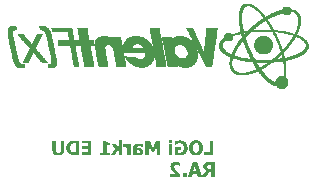
<source format=gbo>
%FSLAX25Y25*%
%MOIN*%
G70*
G01*
G75*
G04 Layer_Color=32896*
%ADD10R,0.03150X0.03347*%
%ADD11R,0.02362X0.04724*%
%ADD12R,0.03347X0.03150*%
%ADD13R,0.08661X0.11024*%
%ADD14R,0.11024X0.11024*%
%ADD15C,0.00600*%
%ADD16C,0.01200*%
%ADD17C,0.00800*%
%ADD18C,0.06000*%
%ADD19R,0.05500X0.05500*%
%ADD20C,0.05500*%
%ADD21R,0.05500X0.05500*%
%ADD22C,0.05700*%
%ADD23R,0.05700X0.05700*%
%ADD24C,0.10236*%
%ADD25C,0.05118*%
%ADD26R,0.05118X0.05118*%
%ADD27C,0.04000*%
%ADD28C,0.06299*%
%ADD29R,0.06299X0.06299*%
%ADD30C,0.15748*%
%ADD31C,0.11575*%
%ADD32C,0.09843*%
%ADD33C,0.08300*%
%ADD34C,0.02700*%
%ADD35C,0.00984*%
%ADD36C,0.05906*%
%ADD37C,0.00600*%
%ADD38C,0.01000*%
%ADD39C,0.00100*%
%ADD40C,0.00787*%
%ADD41C,0.00591*%
%ADD42R,0.03950X0.04147*%
%ADD43R,0.03162X0.05524*%
%ADD44R,0.04147X0.03950*%
%ADD45R,0.09461X0.11824*%
%ADD46R,0.11824X0.11824*%
%ADD47C,0.06800*%
%ADD48R,0.06300X0.06300*%
%ADD49C,0.06300*%
%ADD50R,0.06300X0.06300*%
%ADD51C,0.06500*%
%ADD52R,0.06500X0.06500*%
%ADD53C,0.11036*%
%ADD54C,0.05918*%
%ADD55R,0.05918X0.05918*%
%ADD56C,0.04800*%
%ADD57C,0.07099*%
%ADD58R,0.07099X0.07099*%
%ADD59C,0.16548*%
%ADD60C,0.10642*%
%ADD61C,0.09100*%
G36*
X124500Y85300D02*
X121281D01*
Y86218D01*
X123294D01*
Y90117D01*
X124500D01*
Y85300D01*
D02*
G37*
G36*
X110736D02*
X109604D01*
Y88933D01*
X110736D01*
Y85300D01*
D02*
G37*
G36*
X74816Y87032D02*
X74809Y86869D01*
X74794Y86713D01*
X74772Y86573D01*
X74735Y86440D01*
X74698Y86314D01*
X74654Y86203D01*
X74602Y86099D01*
X74557Y86010D01*
X74506Y85929D01*
X74461Y85855D01*
X74417Y85796D01*
X74380Y85751D01*
X74343Y85714D01*
X74321Y85685D01*
X74306Y85670D01*
X74298Y85663D01*
X74195Y85581D01*
X74084Y85507D01*
X73965Y85448D01*
X73840Y85396D01*
X73721Y85352D01*
X73595Y85307D01*
X73351Y85256D01*
X73240Y85233D01*
X73137Y85219D01*
X73048Y85211D01*
X72966Y85204D01*
X72900Y85196D01*
X72804D01*
X72619Y85204D01*
X72448Y85219D01*
X72293Y85241D01*
X72145Y85270D01*
X72012Y85307D01*
X71886Y85344D01*
X71775Y85389D01*
X71671Y85433D01*
X71583Y85478D01*
X71509Y85522D01*
X71442Y85559D01*
X71390Y85596D01*
X71346Y85626D01*
X71316Y85648D01*
X71301Y85663D01*
X71294Y85670D01*
X71205Y85766D01*
X71124Y85870D01*
X71057Y85973D01*
X70998Y86084D01*
X70946Y86203D01*
X70909Y86314D01*
X70872Y86425D01*
X70850Y86536D01*
X70828Y86639D01*
X70813Y86736D01*
X70798Y86817D01*
X70791Y86891D01*
X70783Y86958D01*
Y87002D01*
Y87032D01*
Y87039D01*
Y90117D01*
X71990D01*
Y87106D01*
X71997Y86921D01*
X72019Y86765D01*
X72056Y86632D01*
X72086Y86528D01*
X72123Y86447D01*
X72160Y86388D01*
X72182Y86358D01*
X72189Y86343D01*
X72271Y86269D01*
X72367Y86210D01*
X72471Y86173D01*
X72574Y86144D01*
X72663Y86129D01*
X72737Y86121D01*
X72767Y86114D01*
X72804D01*
X72952Y86121D01*
X73085Y86151D01*
X73188Y86188D01*
X73277Y86240D01*
X73344Y86284D01*
X73388Y86321D01*
X73418Y86351D01*
X73425Y86358D01*
X73484Y86462D01*
X73529Y86580D01*
X73566Y86699D01*
X73588Y86824D01*
X73603Y86935D01*
X73610Y87024D01*
Y87061D01*
Y87083D01*
Y87098D01*
Y87106D01*
Y90117D01*
X74816D01*
Y87032D01*
D02*
G37*
G36*
X113592Y90199D02*
X113792Y90177D01*
X113985Y90140D01*
X114162Y90103D01*
X114325Y90043D01*
X114473Y89992D01*
X114614Y89925D01*
X114739Y89866D01*
X114850Y89799D01*
X114947Y89733D01*
X115028Y89681D01*
X115095Y89629D01*
X115154Y89585D01*
X115191Y89548D01*
X115213Y89525D01*
X115220Y89518D01*
X115339Y89385D01*
X115442Y89244D01*
X115531Y89096D01*
X115613Y88948D01*
X115672Y88793D01*
X115731Y88645D01*
X115775Y88497D01*
X115812Y88356D01*
X115835Y88223D01*
X115857Y88097D01*
X115872Y87986D01*
X115886Y87890D01*
Y87816D01*
X115894Y87757D01*
Y87720D01*
Y87705D01*
X115886Y87490D01*
X115864Y87283D01*
X115835Y87091D01*
X115790Y86906D01*
X115738Y86743D01*
X115679Y86588D01*
X115620Y86454D01*
X115553Y86329D01*
X115494Y86218D01*
X115435Y86121D01*
X115376Y86040D01*
X115324Y85966D01*
X115280Y85914D01*
X115250Y85877D01*
X115228Y85855D01*
X115220Y85848D01*
X115087Y85737D01*
X114947Y85633D01*
X114806Y85544D01*
X114651Y85470D01*
X114503Y85411D01*
X114355Y85359D01*
X114207Y85315D01*
X114066Y85278D01*
X113933Y85248D01*
X113807Y85233D01*
X113696Y85219D01*
X113600Y85204D01*
X113526D01*
X113467Y85196D01*
X113415D01*
X113230Y85204D01*
X113052Y85219D01*
X112882Y85233D01*
X112727Y85256D01*
X112601Y85278D01*
X112549Y85285D01*
X112505Y85300D01*
X112468Y85307D01*
X112438D01*
X112423Y85315D01*
X112416D01*
X112231Y85359D01*
X112068Y85411D01*
X111927Y85448D01*
X111809Y85485D01*
X111713Y85522D01*
X111646Y85544D01*
X111602Y85559D01*
X111587Y85566D01*
Y87942D01*
X113696D01*
Y87032D01*
X112756D01*
Y86084D01*
X112808Y86077D01*
X113067D01*
X113200Y86084D01*
X113326Y86092D01*
X113444Y86114D01*
X113555Y86136D01*
X113659Y86173D01*
X113755Y86203D01*
X113844Y86240D01*
X113918Y86277D01*
X113985Y86314D01*
X114051Y86351D01*
X114103Y86388D01*
X114147Y86417D01*
X114177Y86440D01*
X114199Y86462D01*
X114214Y86469D01*
X114221Y86477D01*
X114295Y86558D01*
X114362Y86647D01*
X114414Y86743D01*
X114466Y86839D01*
X114503Y86943D01*
X114540Y87046D01*
X114591Y87246D01*
X114606Y87342D01*
X114621Y87431D01*
X114628Y87513D01*
X114636Y87579D01*
X114643Y87638D01*
Y87683D01*
Y87712D01*
Y87720D01*
X114636Y87860D01*
X114628Y87994D01*
X114606Y88112D01*
X114584Y88208D01*
X114569Y88297D01*
X114547Y88356D01*
X114540Y88393D01*
X114532Y88408D01*
X114488Y88519D01*
X114436Y88615D01*
X114392Y88697D01*
X114340Y88771D01*
X114303Y88830D01*
X114266Y88867D01*
X114244Y88896D01*
X114236Y88904D01*
X114162Y88978D01*
X114081Y89037D01*
X114007Y89089D01*
X113933Y89126D01*
X113874Y89155D01*
X113829Y89185D01*
X113792Y89192D01*
X113785Y89200D01*
X113689Y89237D01*
X113585Y89259D01*
X113489Y89281D01*
X113400Y89289D01*
X113326Y89296D01*
X113267Y89303D01*
X113119D01*
X113023Y89289D01*
X112941Y89281D01*
X112860Y89266D01*
X112801Y89252D01*
X112756Y89244D01*
X112719Y89229D01*
X112712D01*
X112623Y89200D01*
X112549Y89170D01*
X112475Y89141D01*
X112408Y89111D01*
X112364Y89089D01*
X112320Y89067D01*
X112297Y89059D01*
X112290Y89052D01*
X112172Y88978D01*
X112075Y88911D01*
X112031Y88882D01*
X112001Y88859D01*
X111979Y88845D01*
X111972Y88837D01*
X111861Y88756D01*
X111824Y88726D01*
X111787Y88704D01*
X111757Y88682D01*
X111735Y88667D01*
X111728Y88652D01*
X111609D01*
Y89777D01*
X111757Y89851D01*
X111905Y89910D01*
X112038Y89962D01*
X112157Y90006D01*
X112253Y90043D01*
X112327Y90066D01*
X112357Y90073D01*
X112379Y90080D01*
X112386Y90088D01*
X112394D01*
X112542Y90125D01*
X112704Y90154D01*
X112867Y90177D01*
X113030Y90191D01*
X113163Y90199D01*
X113222Y90206D01*
X113378D01*
X113592Y90199D01*
D02*
G37*
G36*
X94841Y88941D02*
X94944Y88919D01*
X94981Y88911D01*
X95011Y88896D01*
X95033Y88889D01*
X95041D01*
X95152Y88845D01*
X95203Y88830D01*
X95248Y88808D01*
X95277Y88793D01*
X95307Y88778D01*
X95322Y88763D01*
X95329D01*
X95418Y88704D01*
X95499Y88652D01*
X95529Y88623D01*
X95559Y88608D01*
X95573Y88593D01*
X95581Y88586D01*
X95670Y88512D01*
X95736Y88460D01*
X95773Y88423D01*
X95788Y88408D01*
Y88933D01*
X96920D01*
Y85300D01*
X95788D01*
Y87735D01*
X95655Y87779D01*
X95596Y87801D01*
X95536Y87816D01*
X95485Y87831D01*
X95448Y87846D01*
X95425Y87853D01*
X95418D01*
X95277Y87890D01*
X95211Y87897D01*
X95152Y87905D01*
X95107Y87912D01*
X94937D01*
X94848Y87905D01*
X94819D01*
X94796Y87897D01*
X94774D01*
X94693Y87890D01*
X94634Y87883D01*
X94597Y87875D01*
X94582Y87868D01*
X94486D01*
Y88933D01*
X94530Y88941D01*
X94611D01*
X94656Y88948D01*
X94737D01*
X94841Y88941D01*
D02*
G37*
G36*
X79767Y85300D02*
X78080D01*
X77902Y85307D01*
X77747Y85322D01*
X77606Y85337D01*
X77488Y85344D01*
X77443Y85352D01*
X77399Y85359D01*
X77369D01*
X77347Y85367D01*
X77325D01*
X77162Y85396D01*
X77007Y85441D01*
X76866Y85492D01*
X76748Y85544D01*
X76644Y85596D01*
X76570Y85640D01*
X76541Y85655D01*
X76518Y85670D01*
X76511Y85677D01*
X76504D01*
X76341Y85796D01*
X76193Y85929D01*
X76067Y86062D01*
X75963Y86195D01*
X75875Y86314D01*
X75838Y86358D01*
X75808Y86403D01*
X75786Y86440D01*
X75771Y86469D01*
X75756Y86484D01*
Y86491D01*
X75660Y86699D01*
X75586Y86906D01*
X75534Y87106D01*
X75497Y87298D01*
X75482Y87379D01*
X75475Y87453D01*
X75468Y87527D01*
Y87587D01*
X75460Y87631D01*
Y87668D01*
Y87690D01*
Y87698D01*
X75475Y87949D01*
X75505Y88186D01*
X75549Y88393D01*
X75571Y88482D01*
X75601Y88571D01*
X75630Y88645D01*
X75653Y88711D01*
X75675Y88771D01*
X75697Y88822D01*
X75712Y88859D01*
X75727Y88889D01*
X75741Y88904D01*
Y88911D01*
X75852Y89096D01*
X75971Y89259D01*
X76097Y89400D01*
X76215Y89518D01*
X76326Y89607D01*
X76407Y89681D01*
X76444Y89703D01*
X76467Y89718D01*
X76481Y89733D01*
X76489D01*
X76637Y89821D01*
X76785Y89888D01*
X76925Y89947D01*
X77051Y89984D01*
X77162Y90014D01*
X77207Y90029D01*
X77251Y90036D01*
X77281Y90043D01*
X77303Y90051D01*
X77325D01*
X77495Y90073D01*
X77658Y90088D01*
X77821Y90103D01*
X77961Y90110D01*
X78087Y90117D01*
X79767D01*
Y85300D01*
D02*
G37*
G36*
X118861Y90214D02*
X119046Y90191D01*
X119224Y90162D01*
X119394Y90117D01*
X119542Y90066D01*
X119683Y90006D01*
X119816Y89947D01*
X119927Y89881D01*
X120030Y89814D01*
X120127Y89755D01*
X120201Y89696D01*
X120267Y89644D01*
X120312Y89607D01*
X120349Y89570D01*
X120371Y89548D01*
X120378Y89540D01*
X120489Y89407D01*
X120578Y89266D01*
X120659Y89118D01*
X120733Y88970D01*
X120793Y88815D01*
X120844Y88667D01*
X120881Y88512D01*
X120918Y88371D01*
X120941Y88238D01*
X120963Y88112D01*
X120970Y87994D01*
X120985Y87897D01*
Y87816D01*
X120992Y87757D01*
Y87720D01*
Y87705D01*
X120985Y87498D01*
X120963Y87298D01*
X120933Y87106D01*
X120896Y86928D01*
X120852Y86765D01*
X120800Y86617D01*
X120741Y86477D01*
X120682Y86358D01*
X120630Y86247D01*
X120571Y86144D01*
X120519Y86062D01*
X120474Y85996D01*
X120437Y85944D01*
X120408Y85899D01*
X120386Y85877D01*
X120378Y85870D01*
X120260Y85751D01*
X120127Y85648D01*
X119986Y85559D01*
X119845Y85478D01*
X119705Y85418D01*
X119564Y85359D01*
X119424Y85315D01*
X119283Y85278D01*
X119157Y85256D01*
X119039Y85233D01*
X118935Y85219D01*
X118839Y85204D01*
X118765D01*
X118706Y85196D01*
X118661D01*
X118462Y85204D01*
X118277Y85226D01*
X118099Y85256D01*
X117936Y85300D01*
X117781Y85352D01*
X117640Y85411D01*
X117514Y85470D01*
X117396Y85529D01*
X117292Y85589D01*
X117204Y85655D01*
X117130Y85707D01*
X117063Y85759D01*
X117019Y85803D01*
X116982Y85833D01*
X116959Y85855D01*
X116952Y85862D01*
X116841Y85996D01*
X116745Y86136D01*
X116663Y86284D01*
X116589Y86432D01*
X116530Y86588D01*
X116478Y86743D01*
X116434Y86891D01*
X116404Y87039D01*
X116375Y87172D01*
X116353Y87298D01*
X116345Y87416D01*
X116330Y87513D01*
Y87594D01*
X116323Y87653D01*
Y87690D01*
Y87705D01*
X116330Y87920D01*
X116353Y88119D01*
X116382Y88312D01*
X116419Y88489D01*
X116471Y88652D01*
X116523Y88800D01*
X116582Y88941D01*
X116634Y89067D01*
X116693Y89178D01*
X116752Y89274D01*
X116804Y89355D01*
X116856Y89422D01*
X116893Y89481D01*
X116922Y89518D01*
X116945Y89540D01*
X116952Y89548D01*
X117070Y89666D01*
X117204Y89770D01*
X117337Y89858D01*
X117477Y89940D01*
X117625Y89999D01*
X117766Y90058D01*
X117907Y90103D01*
X118040Y90140D01*
X118166Y90162D01*
X118284Y90184D01*
X118388Y90199D01*
X118484Y90214D01*
X118558D01*
X118610Y90221D01*
X118661D01*
X118861Y90214D01*
D02*
G37*
G36*
X88736Y90051D02*
X88751Y89992D01*
X88765Y89932D01*
X88788Y89881D01*
X88802Y89844D01*
X88817Y89814D01*
X88825Y89799D01*
X88832Y89792D01*
X88906Y89703D01*
X88980Y89644D01*
X89017Y89614D01*
X89047Y89599D01*
X89061Y89592D01*
X89069Y89585D01*
X89121Y89562D01*
X89180Y89540D01*
X89298Y89511D01*
X89350Y89503D01*
X89387Y89496D01*
X89417Y89488D01*
X89424D01*
X89579Y89474D01*
X89653D01*
X89720Y89466D01*
X89861D01*
Y88682D01*
X88847D01*
Y86144D01*
X89861D01*
Y85300D01*
X86679D01*
Y86144D01*
X87670D01*
Y90125D01*
X88728D01*
X88736Y90051D01*
D02*
G37*
G36*
X83844Y85300D02*
X80581D01*
Y86218D01*
X82638D01*
Y87439D01*
X80744D01*
Y88356D01*
X82638D01*
Y89200D01*
X80581D01*
Y90117D01*
X83844D01*
Y85300D01*
D02*
G37*
G36*
X110766Y89451D02*
X109567D01*
Y90332D01*
X110766D01*
Y89451D01*
D02*
G37*
G36*
X99836Y89037D02*
X99962Y89022D01*
X100080Y89015D01*
X100176Y89000D01*
X100250Y88985D01*
X100280D01*
X100302Y88978D01*
X100317D01*
X100443Y88956D01*
X100554Y88933D01*
X100650Y88911D01*
X100724Y88896D01*
X100776Y88882D01*
X100820Y88867D01*
X100842Y88859D01*
X100850D01*
Y87986D01*
X100753D01*
X100568Y88060D01*
X100480Y88097D01*
X100398Y88119D01*
X100332Y88142D01*
X100280Y88156D01*
X100250Y88171D01*
X100235D01*
X100139Y88193D01*
X100050Y88216D01*
X99969Y88230D01*
X99902Y88238D01*
X99843Y88245D01*
X99769D01*
X99614Y88238D01*
X99481Y88230D01*
X99370Y88208D01*
X99281Y88186D01*
X99207Y88164D01*
X99155Y88149D01*
X99125Y88134D01*
X99118Y88127D01*
X99044Y88075D01*
X98992Y88008D01*
X98948Y87942D01*
X98926Y87875D01*
X98911Y87809D01*
X98896Y87757D01*
Y87720D01*
Y87705D01*
Y87690D01*
X99074Y87675D01*
X99244Y87661D01*
X99399Y87646D01*
X99532Y87631D01*
X99643Y87616D01*
X99695Y87609D01*
X99732Y87601D01*
X99762D01*
X99784Y87594D01*
X99806D01*
X99962Y87572D01*
X100095Y87535D01*
X100221Y87505D01*
X100324Y87468D01*
X100413Y87439D01*
X100480Y87409D01*
X100517Y87394D01*
X100531Y87387D01*
X100635Y87328D01*
X100731Y87268D01*
X100813Y87202D01*
X100879Y87135D01*
X100931Y87083D01*
X100968Y87039D01*
X100990Y87009D01*
X100998Y86995D01*
X101049Y86891D01*
X101086Y86787D01*
X101116Y86676D01*
X101131Y86573D01*
X101146Y86484D01*
X101153Y86410D01*
Y86380D01*
Y86358D01*
Y86351D01*
Y86343D01*
X101138Y86166D01*
X101101Y86003D01*
X101057Y85862D01*
X100998Y85744D01*
X100938Y85648D01*
X100894Y85581D01*
X100857Y85537D01*
X100842Y85529D01*
Y85522D01*
X100783Y85463D01*
X100716Y85418D01*
X100583Y85337D01*
X100450Y85285D01*
X100324Y85241D01*
X100213Y85219D01*
X100161Y85211D01*
X100124D01*
X100087Y85204D01*
X99954D01*
X99873Y85211D01*
X99806Y85219D01*
X99754Y85226D01*
X99710Y85233D01*
X99673Y85241D01*
X99658Y85248D01*
X99651D01*
X99540Y85278D01*
X99444Y85315D01*
X99407Y85330D01*
X99377Y85344D01*
X99362Y85352D01*
X99355D01*
X99251Y85404D01*
X99177Y85455D01*
X99148Y85470D01*
X99125Y85485D01*
X99118Y85500D01*
X99111D01*
X99037Y85566D01*
X98970Y85626D01*
X98940Y85648D01*
X98918Y85670D01*
X98903Y85677D01*
X98896Y85685D01*
Y85300D01*
X97764D01*
Y87772D01*
X97771Y87890D01*
X97779Y88001D01*
X97801Y88097D01*
X97830Y88193D01*
X97860Y88282D01*
X97897Y88356D01*
X97941Y88430D01*
X97978Y88489D01*
X98015Y88549D01*
X98060Y88593D01*
X98097Y88637D01*
X98126Y88667D01*
X98156Y88697D01*
X98171Y88711D01*
X98186Y88726D01*
X98193D01*
X98282Y88785D01*
X98378Y88830D01*
X98474Y88874D01*
X98585Y88911D01*
X98815Y88970D01*
X99037Y89007D01*
X99140Y89015D01*
X99236Y89030D01*
X99325Y89037D01*
X99399D01*
X99466Y89044D01*
X99695D01*
X99836Y89037D01*
D02*
G37*
G36*
X115583Y78100D02*
X114436D01*
Y79373D01*
X115583D01*
Y78100D01*
D02*
G37*
G36*
X112054Y82999D02*
X112202Y82991D01*
X112342Y82977D01*
X112475Y82954D01*
X112579Y82932D01*
X112631Y82925D01*
X112668Y82917D01*
X112697Y82910D01*
X112720D01*
X112734Y82903D01*
X112742D01*
X112890Y82866D01*
X113023Y82829D01*
X113127Y82792D01*
X113215Y82762D01*
X113282Y82740D01*
X113334Y82718D01*
X113363Y82710D01*
X113371Y82703D01*
Y81652D01*
X113282D01*
X113230Y81682D01*
X113171Y81719D01*
X113127Y81748D01*
X113112Y81763D01*
X113104D01*
X113008Y81822D01*
X112919Y81874D01*
X112882Y81889D01*
X112853Y81904D01*
X112831Y81918D01*
X112823D01*
X112697Y81963D01*
X112646Y81985D01*
X112594Y82000D01*
X112549Y82015D01*
X112520Y82022D01*
X112498Y82029D01*
X112490D01*
X112364Y82059D01*
X112305Y82066D01*
X112253Y82074D01*
X112209Y82081D01*
X112142D01*
X112017Y82074D01*
X111906Y82052D01*
X111809Y82022D01*
X111728Y81992D01*
X111669Y81955D01*
X111624Y81926D01*
X111595Y81904D01*
X111587Y81896D01*
X111521Y81822D01*
X111469Y81741D01*
X111432Y81659D01*
X111402Y81578D01*
X111388Y81504D01*
X111380Y81437D01*
Y81400D01*
Y81393D01*
Y81386D01*
X111388Y81275D01*
X111402Y81171D01*
X111432Y81075D01*
X111462Y80986D01*
X111491Y80912D01*
X111521Y80860D01*
X111536Y80823D01*
X111543Y80808D01*
X111610Y80697D01*
X111691Y80586D01*
X111772Y80475D01*
X111854Y80379D01*
X111935Y80290D01*
X111994Y80216D01*
X112039Y80172D01*
X112046Y80165D01*
X112054Y80157D01*
X112157Y80046D01*
X112268Y79943D01*
X112372Y79839D01*
X112475Y79743D01*
X112564Y79669D01*
X112631Y79602D01*
X112675Y79565D01*
X112683Y79558D01*
X112690Y79550D01*
X112823Y79432D01*
X112964Y79314D01*
X113097Y79203D01*
X113223Y79099D01*
X113326Y79010D01*
X113415Y78944D01*
X113445Y78921D01*
X113467Y78899D01*
X113482Y78892D01*
X113489Y78884D01*
Y78100D01*
X109952D01*
Y79010D01*
X111994D01*
X111943Y79047D01*
X111876Y79099D01*
X111750Y79203D01*
X111691Y79247D01*
X111639Y79284D01*
X111610Y79314D01*
X111595Y79321D01*
X111388Y79499D01*
X111299Y79587D01*
X111210Y79669D01*
X111136Y79735D01*
X111084Y79787D01*
X111047Y79824D01*
X111032Y79839D01*
X110870Y80009D01*
X110729Y80172D01*
X110618Y80320D01*
X110522Y80453D01*
X110455Y80557D01*
X110426Y80601D01*
X110403Y80638D01*
X110389Y80675D01*
X110374Y80697D01*
X110366Y80705D01*
Y80712D01*
X110300Y80868D01*
X110248Y81016D01*
X110211Y81156D01*
X110181Y81282D01*
X110167Y81393D01*
Y81437D01*
X110159Y81474D01*
Y81504D01*
Y81526D01*
Y81541D01*
Y81548D01*
X110167Y81674D01*
X110181Y81793D01*
X110204Y81904D01*
X110226Y82007D01*
X110263Y82103D01*
X110300Y82192D01*
X110337Y82274D01*
X110381Y82340D01*
X110426Y82407D01*
X110463Y82466D01*
X110500Y82510D01*
X110537Y82547D01*
X110559Y82584D01*
X110581Y82607D01*
X110596Y82614D01*
X110603Y82621D01*
X110692Y82688D01*
X110788Y82747D01*
X110884Y82799D01*
X110995Y82843D01*
X111210Y82910D01*
X111417Y82962D01*
X111521Y82977D01*
X111610Y82984D01*
X111691Y82991D01*
X111765Y82999D01*
X111824Y83006D01*
X111906D01*
X112054Y82999D01*
D02*
G37*
G36*
X124900Y78100D02*
X123694D01*
Y79869D01*
X123265D01*
X121918Y78100D01*
X119402D01*
X119098Y79077D01*
X117567D01*
X117263Y78100D01*
X116027D01*
X117663Y82917D01*
X118980D01*
X120560Y78243D01*
X122073Y80142D01*
X121925Y80224D01*
X121792Y80313D01*
X121674Y80409D01*
X121577Y80498D01*
X121503Y80572D01*
X121444Y80631D01*
X121415Y80675D01*
X121400Y80690D01*
X121318Y80831D01*
X121252Y80979D01*
X121207Y81127D01*
X121178Y81275D01*
X121163Y81400D01*
X121156Y81452D01*
X121148Y81504D01*
Y81541D01*
Y81571D01*
Y81585D01*
Y81593D01*
X121156Y81733D01*
X121170Y81859D01*
X121200Y81970D01*
X121222Y82059D01*
X121252Y82133D01*
X121281Y82192D01*
X121296Y82222D01*
X121304Y82237D01*
X121363Y82325D01*
X121437Y82407D01*
X121503Y82481D01*
X121570Y82540D01*
X121629Y82592D01*
X121674Y82629D01*
X121703Y82651D01*
X121718Y82658D01*
X121814Y82710D01*
X121910Y82755D01*
X121999Y82792D01*
X122088Y82821D01*
X122162Y82843D01*
X122214Y82858D01*
X122251Y82866D01*
X122266D01*
X122377Y82880D01*
X122502Y82895D01*
X122613Y82903D01*
X122724Y82910D01*
X122821Y82917D01*
X124900D01*
Y78100D01*
D02*
G37*
G36*
X94049Y85300D02*
X92917D01*
Y86639D01*
X92754Y86861D01*
X91777Y85300D01*
X90416D01*
X91785Y87365D01*
X90512Y88933D01*
X91851D01*
X92917Y87513D01*
Y90332D01*
X94049D01*
Y85300D01*
D02*
G37*
G36*
X106740D02*
X105600D01*
Y88489D01*
X104727Y86432D01*
X103906D01*
X103025Y88489D01*
Y85300D01*
X101819D01*
Y90117D01*
X103218D01*
X104283Y87735D01*
X105349Y90117D01*
X106740D01*
Y85300D01*
D02*
G37*
%LPC*%
G36*
X123694Y82037D02*
X123154D01*
X123094Y82029D01*
X123006D01*
X122976Y82022D01*
X122954D01*
X122858Y82007D01*
X122776Y81985D01*
X122747Y81970D01*
X122724Y81963D01*
X122710Y81955D01*
X122702D01*
X122643Y81926D01*
X122599Y81896D01*
X122554Y81867D01*
X122525Y81830D01*
X122502Y81800D01*
X122488Y81778D01*
X122473Y81763D01*
Y81756D01*
X122428Y81652D01*
X122406Y81548D01*
X122399Y81511D01*
Y81474D01*
Y81452D01*
Y81445D01*
Y81371D01*
X122406Y81304D01*
X122414Y81245D01*
X122428Y81201D01*
X122436Y81164D01*
X122451Y81134D01*
X122458Y81119D01*
Y81112D01*
X122510Y81023D01*
X122562Y80956D01*
X122591Y80927D01*
X122606Y80905D01*
X122621Y80897D01*
X122628Y80890D01*
X122732Y80831D01*
X122828Y80794D01*
X122865Y80779D01*
X122902Y80771D01*
X122924Y80764D01*
X122932D01*
X122998Y80757D01*
X123072Y80749D01*
X123139Y80742D01*
X123205D01*
X123265Y80734D01*
X123694D01*
Y82037D01*
D02*
G37*
G36*
X78561Y89222D02*
X78280D01*
X78176Y89215D01*
X78006D01*
X77947Y89207D01*
X77902D01*
X77799Y89200D01*
X77702Y89178D01*
X77621Y89155D01*
X77540Y89126D01*
X77473Y89104D01*
X77429Y89081D01*
X77392Y89067D01*
X77384Y89059D01*
X77266Y88978D01*
X77162Y88896D01*
X77073Y88808D01*
X77007Y88719D01*
X76948Y88645D01*
X76911Y88586D01*
X76888Y88541D01*
X76881Y88534D01*
Y88526D01*
X76822Y88393D01*
X76785Y88260D01*
X76755Y88119D01*
X76733Y87994D01*
X76718Y87883D01*
Y87831D01*
X76711Y87794D01*
Y87757D01*
Y87735D01*
Y87720D01*
Y87712D01*
X76718Y87542D01*
X76733Y87387D01*
X76763Y87246D01*
X76785Y87135D01*
X76814Y87039D01*
X76844Y86965D01*
X76859Y86921D01*
X76866Y86913D01*
Y86906D01*
X76933Y86787D01*
X77007Y86691D01*
X77081Y86602D01*
X77155Y86528D01*
X77221Y86469D01*
X77273Y86432D01*
X77310Y86403D01*
X77325Y86395D01*
X77421Y86343D01*
X77517Y86299D01*
X77606Y86269D01*
X77688Y86247D01*
X77754Y86232D01*
X77806Y86225D01*
X77843Y86218D01*
X77969D01*
X78080Y86210D01*
X78561D01*
Y89222D01*
D02*
G37*
G36*
X118336Y81563D02*
X117833Y79957D01*
X118832D01*
X118336Y81563D01*
D02*
G37*
G36*
X118698Y89311D02*
X118580D01*
X118506Y89296D01*
X118439Y89281D01*
X118380Y89266D01*
X118328Y89252D01*
X118284Y89237D01*
X118262Y89229D01*
X118254Y89222D01*
X118180Y89185D01*
X118121Y89141D01*
X118062Y89096D01*
X118010Y89052D01*
X117966Y89007D01*
X117936Y88970D01*
X117914Y88948D01*
X117907Y88941D01*
X117855Y88859D01*
X117810Y88778D01*
X117766Y88697D01*
X117729Y88615D01*
X117707Y88541D01*
X117685Y88489D01*
X117677Y88452D01*
X117670Y88438D01*
X117640Y88319D01*
X117611Y88193D01*
X117596Y88075D01*
X117588Y87957D01*
X117581Y87860D01*
X117574Y87779D01*
Y87749D01*
Y87727D01*
Y87712D01*
Y87705D01*
Y87542D01*
X117588Y87402D01*
X117603Y87276D01*
X117618Y87172D01*
X117633Y87083D01*
X117648Y87024D01*
X117655Y86987D01*
X117662Y86972D01*
X117699Y86869D01*
X117736Y86780D01*
X117773Y86691D01*
X117810Y86625D01*
X117847Y86565D01*
X117877Y86521D01*
X117892Y86491D01*
X117899Y86484D01*
X117958Y86417D01*
X118018Y86358D01*
X118077Y86306D01*
X118129Y86262D01*
X118173Y86232D01*
X118210Y86210D01*
X118240Y86203D01*
X118247Y86195D01*
X118321Y86166D01*
X118395Y86144D01*
X118469Y86129D01*
X118528Y86121D01*
X118580Y86114D01*
X118624Y86107D01*
X118661D01*
X118735Y86114D01*
X118809Y86121D01*
X118883Y86136D01*
X118943Y86151D01*
X118994Y86166D01*
X119031Y86173D01*
X119061Y86188D01*
X119068D01*
X119135Y86225D01*
X119202Y86269D01*
X119261Y86321D01*
X119313Y86366D01*
X119357Y86410D01*
X119387Y86447D01*
X119409Y86469D01*
X119416Y86477D01*
X119468Y86558D01*
X119520Y86639D01*
X119564Y86721D01*
X119594Y86795D01*
X119623Y86861D01*
X119646Y86921D01*
X119653Y86950D01*
X119660Y86965D01*
X119690Y87083D01*
X119705Y87209D01*
X119720Y87328D01*
X119734Y87446D01*
Y87550D01*
X119742Y87631D01*
Y87661D01*
Y87683D01*
Y87698D01*
Y87705D01*
X119734Y87860D01*
X119727Y88001D01*
X119712Y88127D01*
X119697Y88238D01*
X119683Y88327D01*
X119668Y88393D01*
X119653Y88430D01*
Y88445D01*
X119616Y88556D01*
X119579Y88652D01*
X119542Y88741D01*
X119498Y88808D01*
X119468Y88867D01*
X119438Y88904D01*
X119424Y88933D01*
X119416Y88941D01*
X119350Y89015D01*
X119290Y89074D01*
X119231Y89126D01*
X119179Y89163D01*
X119135Y89192D01*
X119098Y89215D01*
X119076Y89229D01*
X119068D01*
X118994Y89259D01*
X118928Y89274D01*
X118861Y89289D01*
X118795Y89303D01*
X118743D01*
X118698Y89311D01*
D02*
G37*
G36*
X98911Y87009D02*
X98896D01*
Y86247D01*
X98992Y86166D01*
X99081Y86114D01*
X99118Y86092D01*
X99148Y86077D01*
X99170Y86062D01*
X99177D01*
X99288Y86025D01*
X99384Y86003D01*
X99421D01*
X99451Y85996D01*
X99473D01*
X99569Y86003D01*
X99651Y86010D01*
X99717Y86025D01*
X99769Y86040D01*
X99814Y86055D01*
X99851Y86070D01*
X99865Y86084D01*
X99873D01*
X99917Y86129D01*
X99947Y86181D01*
X99976Y86240D01*
X99991Y86299D01*
X99999Y86351D01*
X100006Y86395D01*
Y86432D01*
Y86440D01*
X99991Y86558D01*
X99984Y86602D01*
X99969Y86639D01*
X99954Y86669D01*
X99947Y86691D01*
X99932Y86706D01*
Y86713D01*
X99858Y86787D01*
X99784Y86839D01*
X99754Y86854D01*
X99725Y86869D01*
X99710Y86876D01*
X99703D01*
X99577Y86913D01*
X99518Y86928D01*
X99466Y86943D01*
X99421Y86950D01*
X99392D01*
X99370Y86958D01*
X99362D01*
X99288Y86965D01*
X99214Y86972D01*
X99133Y86987D01*
X99059Y86995D01*
X99000Y87002D01*
X98940D01*
X98911Y87009D01*
D02*
G37*
%LPD*%
D39*
X134800Y135700D02*
X136500D01*
X134600Y135600D02*
X136800D01*
X134500Y135500D02*
X137000D01*
X134300Y135400D02*
X137200D01*
X134200Y135300D02*
X137400D01*
X136200Y135200D02*
X137600D01*
X134100D02*
X135600D01*
X136700Y135100D02*
X137800D01*
X134000D02*
X135200D01*
X136900Y135000D02*
X137900D01*
X133900D02*
X135000D01*
X137200Y134900D02*
X138100D01*
X133800D02*
X134900D01*
X148400Y134800D02*
X149200D01*
X137400D02*
X138200D01*
X133700D02*
X134700D01*
X148100Y134700D02*
X149400D01*
X137600D02*
X138400D01*
X133700D02*
X134600D01*
X148000Y134600D02*
X149500D01*
X137700D02*
X138500D01*
X133600D02*
X134500D01*
X147800Y134500D02*
X149700D01*
X137900D02*
X138600D01*
X133600D02*
X134500D01*
X147700Y134400D02*
X149700D01*
X138000D02*
X138700D01*
X133500D02*
X134400D01*
X147700Y134300D02*
X149800D01*
X138200D02*
X138900D01*
X133500D02*
X134300D01*
X147600Y134200D02*
X149900D01*
X138300D02*
X139000D01*
X133400D02*
X134300D01*
X147500Y134100D02*
X150000D01*
X138400D02*
X139100D01*
X133400D02*
X134200D01*
X148400Y134000D02*
X150000D01*
X147500D02*
X147900D01*
X138600D02*
X139200D01*
X133300D02*
X134200D01*
X148500Y133900D02*
X150500D01*
X147900D02*
X148300D01*
X138700D02*
X139300D01*
X133300D02*
X134100D01*
X148600Y133800D02*
X150900D01*
X147500D02*
X148400D01*
X138800D02*
X139400D01*
X133300D02*
X134100D01*
X148700Y133700D02*
X151200D01*
X147000D02*
X148500D01*
X138900D02*
X139500D01*
X133300D02*
X134000D01*
X148700Y133600D02*
X151500D01*
X146700D02*
X148600D01*
X139000D02*
X139700D01*
X133200D02*
X134000D01*
X148800Y133500D02*
X151700D01*
X146400D02*
X148600D01*
X139200D02*
X139800D01*
X133200D02*
X134000D01*
X150200Y133400D02*
X151800D01*
X148800D02*
X150100D01*
X146000D02*
X148600D01*
X139200D02*
X139900D01*
X133200D02*
X133900D01*
X150700Y133300D02*
X152000D01*
X148800D02*
X150100D01*
X145700D02*
X148600D01*
X139400D02*
X140000D01*
X133100D02*
X133900D01*
X151000Y133200D02*
X152100D01*
X148800D02*
X150100D01*
X145500D02*
X148600D01*
X139500D02*
X140000D01*
X133100D02*
X133900D01*
X151200Y133100D02*
X152200D01*
X148700D02*
X150100D01*
X145200D02*
X148600D01*
X139600D02*
X140100D01*
X133100D02*
X133900D01*
X151400Y133000D02*
X152400D01*
X148700D02*
X150000D01*
X144900D02*
X148500D01*
X139700D02*
X140200D01*
X133100D02*
X133900D01*
X151600Y132900D02*
X152400D01*
X148600D02*
X150000D01*
X144700D02*
X148400D01*
X139800D02*
X140300D01*
X133000D02*
X133800D01*
X151700Y132800D02*
X152600D01*
X148500D02*
X149900D01*
X144500D02*
X148300D01*
X139900D02*
X140400D01*
X133000D02*
X133800D01*
X151800Y132700D02*
X152600D01*
X148300D02*
X149800D01*
X144200D02*
X147700D01*
X140000D02*
X140500D01*
X133000D02*
X133800D01*
X151900Y132600D02*
X152700D01*
X147900D02*
X149800D01*
X144000D02*
X147300D01*
X140000D02*
X140600D01*
X133000D02*
X133800D01*
X152000Y132500D02*
X152800D01*
X147800D02*
X149700D01*
X143800D02*
X146800D01*
X140100D02*
X140700D01*
X133000D02*
X133800D01*
X152100Y132400D02*
X152800D01*
X147900D02*
X149600D01*
X143600D02*
X146400D01*
X140200D02*
X140800D01*
X133000D02*
X133800D01*
X152200Y132300D02*
X152900D01*
X148100D02*
X149400D01*
X143400D02*
X146100D01*
X140300D02*
X140900D01*
X133000D02*
X133700D01*
X152300Y132200D02*
X153000D01*
X148400D02*
X149200D01*
X143200D02*
X145700D01*
X140400D02*
X140900D01*
X133000D02*
X133700D01*
X152400Y132100D02*
X153000D01*
X143000D02*
X145500D01*
X140500D02*
X141000D01*
X133000D02*
X133700D01*
X152400Y132000D02*
X153100D01*
X142800D02*
X145200D01*
X140600D02*
X141100D01*
X133000D02*
X133700D01*
X152500Y131900D02*
X153100D01*
X142600D02*
X144900D01*
X140700D02*
X141200D01*
X133000D02*
X133700D01*
X152500Y131800D02*
X153100D01*
X142400D02*
X144600D01*
X140700D02*
X141300D01*
X133000D02*
X133700D01*
X152600Y131700D02*
X153200D01*
X142300D02*
X144400D01*
X140800D02*
X141300D01*
X133000D02*
X133700D01*
X152600Y131600D02*
X153200D01*
X142100D02*
X144100D01*
X140900D02*
X141400D01*
X132900D02*
X133700D01*
X152600Y131500D02*
X153300D01*
X141900D02*
X143900D01*
X141000D02*
X141500D01*
X132900D02*
X133700D01*
X152700Y131400D02*
X153300D01*
X141800D02*
X143700D01*
X141100D02*
X141500D01*
X132900D02*
X133700D01*
X152700Y131300D02*
X153300D01*
X141600D02*
X143500D01*
X141100D02*
X141400D01*
X132900D02*
X133700D01*
X152700Y131200D02*
X153300D01*
X141400D02*
X143300D01*
X132900D02*
X133700D01*
X152700Y131100D02*
X153300D01*
X141300D02*
X143100D01*
X132900D02*
X133700D01*
X152800Y131000D02*
X153300D01*
X141100D02*
X142900D01*
X132900D02*
X133700D01*
X152800Y130900D02*
X153300D01*
X141000D02*
X142700D01*
X132900D02*
X133700D01*
X152800Y130800D02*
X153400D01*
X140800D02*
X142500D01*
X132900D02*
X133700D01*
X152800Y130700D02*
X153400D01*
X140700D02*
X142300D01*
X132900D02*
X133700D01*
X152800Y130600D02*
X153400D01*
X140500D02*
X142100D01*
X133000D02*
X133700D01*
X152800Y130500D02*
X153400D01*
X140400D02*
X142000D01*
X133000D02*
X133700D01*
X152800Y130400D02*
X153400D01*
X142000D02*
X142300D01*
X140200D02*
X141800D01*
X133000D02*
X133700D01*
X152900Y130300D02*
X153400D01*
X141900D02*
X142400D01*
X140100D02*
X141600D01*
X133000D02*
X133700D01*
X152900Y130200D02*
X153400D01*
X141900D02*
X142500D01*
X139900D02*
X141400D01*
X133000D02*
X133700D01*
X152900Y130100D02*
X153400D01*
X142000D02*
X142500D01*
X139800D02*
X141300D01*
X133000D02*
X133700D01*
X152800Y130000D02*
X153400D01*
X142100D02*
X142600D01*
X139700D02*
X141100D01*
X133000D02*
X133700D01*
X152800Y129900D02*
X153400D01*
X142100D02*
X142700D01*
X139500D02*
X141000D01*
X133000D02*
X133800D01*
X152800Y129800D02*
X153400D01*
X142200D02*
X142700D01*
X139400D02*
X140800D01*
X133000D02*
X133800D01*
X152800Y129700D02*
X153400D01*
X142300D02*
X142800D01*
X139300D02*
X140700D01*
X133000D02*
X133800D01*
X152800Y129600D02*
X153400D01*
X142400D02*
X142900D01*
X139100D02*
X140500D01*
X133000D02*
X133800D01*
X152800Y129500D02*
X153300D01*
X142400D02*
X142900D01*
X139000D02*
X140400D01*
X133000D02*
X133800D01*
X152800Y129400D02*
X153300D01*
X142500D02*
X143000D01*
X138900D02*
X140200D01*
X133000D02*
X133800D01*
X152800Y129300D02*
X153300D01*
X142500D02*
X143000D01*
X138700D02*
X140100D01*
X133000D02*
X133800D01*
X152700Y129200D02*
X153300D01*
X142600D02*
X143100D01*
X138600D02*
X140000D01*
X133000D02*
X133800D01*
X152700Y129100D02*
X153300D01*
X142700D02*
X143200D01*
X138500D02*
X139800D01*
X133000D02*
X133900D01*
X152700Y129000D02*
X153300D01*
X142700D02*
X143200D01*
X138400D02*
X139700D01*
X133100D02*
X133900D01*
X152700Y128900D02*
X153300D01*
X142800D02*
X143300D01*
X138300D02*
X139500D01*
X133100D02*
X133900D01*
X152700Y128800D02*
X153300D01*
X142900D02*
X143400D01*
X138100D02*
X139400D01*
X133100D02*
X133900D01*
X152600Y128700D02*
X153200D01*
X142900D02*
X143400D01*
X138000D02*
X139300D01*
X133100D02*
X133900D01*
X152600Y128600D02*
X153200D01*
X143000D02*
X143500D01*
X137900D02*
X139100D01*
X133100D02*
X133900D01*
X152600Y128500D02*
X153200D01*
X143000D02*
X143600D01*
X137800D02*
X139000D01*
X133100D02*
X133900D01*
X152600Y128400D02*
X153100D01*
X143100D02*
X143600D01*
X137700D02*
X138900D01*
X133200D02*
X134000D01*
X66500D02*
X67600D01*
X57300D02*
X58400D01*
X152600Y128300D02*
X153100D01*
X143200D02*
X143700D01*
X137500D02*
X138800D01*
X133200D02*
X134000D01*
X66400D02*
X68000D01*
X57000D02*
X58500D01*
X152500Y128200D02*
X153100D01*
X143200D02*
X143700D01*
X137400D02*
X138700D01*
X133200D02*
X134000D01*
X66500D02*
X68200D01*
X56700D02*
X58500D01*
X152500Y128100D02*
X153100D01*
X143300D02*
X143800D01*
X137300D02*
X138500D01*
X133200D02*
X134000D01*
X66500D02*
X68500D01*
X56600D02*
X58500D01*
X152500Y128000D02*
X153000D01*
X143300D02*
X143800D01*
X137200D02*
X138400D01*
X133200D02*
X134000D01*
X66500D02*
X68600D01*
X56400D02*
X58500D01*
X152400Y127900D02*
X153000D01*
X143400D02*
X143900D01*
X137100D02*
X138300D01*
X133200D02*
X134000D01*
X66500D02*
X68800D01*
X56300D02*
X58600D01*
X152400Y127800D02*
X153000D01*
X143500D02*
X144000D01*
X137000D02*
X138200D01*
X133300D02*
X134100D01*
X122200D02*
X125700D01*
X115500D02*
X117300D01*
X103200D02*
X106200D01*
X79100D02*
X82100D01*
X70500D02*
X77100D01*
X66600D02*
X68900D01*
X56200D02*
X58600D01*
X152400Y127700D02*
X153000D01*
X143500D02*
X144000D01*
X136900D02*
X138100D01*
X133300D02*
X134100D01*
X122200D02*
X125700D01*
X115500D02*
X117300D01*
X103200D02*
X106200D01*
X79100D02*
X82100D01*
X70500D02*
X77100D01*
X66600D02*
X69000D01*
X56200D02*
X58600D01*
X152300Y127600D02*
X152900D01*
X143600D02*
X144100D01*
X136800D02*
X137900D01*
X133300D02*
X134100D01*
X122100D02*
X125600D01*
X115600D02*
X117400D01*
X103200D02*
X106200D01*
X79100D02*
X82100D01*
X70500D02*
X77100D01*
X66600D02*
X69100D01*
X56100D02*
X58600D01*
X152300Y127500D02*
X152900D01*
X143600D02*
X144100D01*
X136600D02*
X137800D01*
X133300D02*
X134100D01*
X122100D02*
X125600D01*
X115600D02*
X117500D01*
X103200D02*
X106200D01*
X79200D02*
X82200D01*
X70600D02*
X77100D01*
X66600D02*
X69200D01*
X56100D02*
X58600D01*
X152300Y127400D02*
X152800D01*
X143700D02*
X144200D01*
X136500D02*
X137700D01*
X133300D02*
X134200D01*
X122100D02*
X125600D01*
X115700D02*
X117500D01*
X103300D02*
X106300D01*
X79200D02*
X82200D01*
X70600D02*
X77100D01*
X66700D02*
X69300D01*
X56000D02*
X58600D01*
X152200Y127300D02*
X152800D01*
X143700D02*
X144200D01*
X136400D02*
X137600D01*
X133300D02*
X134200D01*
X122100D02*
X125600D01*
X115700D02*
X117500D01*
X103300D02*
X106300D01*
X79200D02*
X82200D01*
X70600D02*
X77200D01*
X66700D02*
X69400D01*
X56000D02*
X58700D01*
X152200Y127200D02*
X152800D01*
X144000D02*
X144200D01*
X136300D02*
X137500D01*
X133400D02*
X134200D01*
X122100D02*
X125600D01*
X115800D02*
X117600D01*
X103300D02*
X106300D01*
X79200D02*
X82200D01*
X70600D02*
X77200D01*
X66700D02*
X69500D01*
X55900D02*
X58700D01*
X152100Y127100D02*
X152700D01*
X139100D02*
X143200D01*
X136200D02*
X137400D01*
X133400D02*
X134200D01*
X122100D02*
X125500D01*
X115800D02*
X117600D01*
X103300D02*
X106300D01*
X79200D02*
X82200D01*
X70600D02*
X77200D01*
X67500D02*
X69500D01*
X55900D02*
X57900D01*
X152100Y127000D02*
X152700D01*
X137500D02*
X144800D01*
X136100D02*
X137300D01*
X133400D02*
X134200D01*
X122100D02*
X125500D01*
X115900D02*
X117700D01*
X103300D02*
X106300D01*
X79300D02*
X82300D01*
X70600D02*
X77200D01*
X67700D02*
X69600D01*
X55900D02*
X57700D01*
X152100Y126900D02*
X152700D01*
X137300D02*
X145700D01*
X136000D02*
X137200D01*
X133400D02*
X134300D01*
X122100D02*
X125500D01*
X115900D02*
X117700D01*
X103400D02*
X106400D01*
X79300D02*
X82300D01*
X70700D02*
X77300D01*
X67900D02*
X69700D01*
X55900D02*
X57600D01*
X152000Y126800D02*
X152600D01*
X137200D02*
X146400D01*
X135900D02*
X137100D01*
X133500D02*
X134300D01*
X122100D02*
X125500D01*
X116000D02*
X117800D01*
X103400D02*
X106400D01*
X79300D02*
X82300D01*
X70700D02*
X77300D01*
X68000D02*
X69700D01*
X55900D02*
X57500D01*
X152000Y126700D02*
X152600D01*
X142000D02*
X147200D01*
X137100D02*
X140300D01*
X135800D02*
X137000D01*
X135100D02*
X135600D01*
X133500D02*
X134300D01*
X122100D02*
X125500D01*
X116000D02*
X117800D01*
X103400D02*
X106400D01*
X79300D02*
X82300D01*
X70700D02*
X77300D01*
X68100D02*
X69800D01*
X55900D02*
X57400D01*
X151900Y126600D02*
X152500D01*
X144500D02*
X147700D01*
X137100D02*
X137900D01*
X135700D02*
X136800D01*
X134500D02*
X135500D01*
X133500D02*
X134300D01*
X122100D02*
X125500D01*
X116100D02*
X117900D01*
X103400D02*
X106400D01*
X79300D02*
X82300D01*
X75900D02*
X77300D01*
X68200D02*
X69800D01*
X55900D02*
X57400D01*
X151900Y126500D02*
X152500D01*
X145400D02*
X148200D01*
X135600D02*
X136800D01*
X134500D02*
X135400D01*
X133500D02*
X134300D01*
X122000D02*
X125500D01*
X116100D02*
X117900D01*
X103400D02*
X106400D01*
X79300D02*
X82300D01*
X75900D02*
X77300D01*
X68300D02*
X69900D01*
X55900D02*
X57400D01*
X151800Y126400D02*
X152400D01*
X146100D02*
X148800D01*
X144200D02*
X144700D01*
X135500D02*
X136700D01*
X134500D02*
X135400D01*
X133600D02*
X134400D01*
X122000D02*
X125400D01*
X116200D02*
X118000D01*
X103400D02*
X106400D01*
X79400D02*
X82400D01*
X75900D02*
X77300D01*
X68400D02*
X69900D01*
X55900D02*
X57400D01*
X151800Y126300D02*
X152400D01*
X147000D02*
X149200D01*
X144300D02*
X144800D01*
X135400D02*
X136600D01*
X134500D02*
X135300D01*
X133600D02*
X134400D01*
X133100D02*
X133400D01*
X122000D02*
X125400D01*
X116200D02*
X118000D01*
X103500D02*
X106500D01*
X79400D02*
X82400D01*
X75900D02*
X77400D01*
X68400D02*
X69900D01*
X55900D02*
X57400D01*
X151700Y126200D02*
X152400D01*
X147500D02*
X149600D01*
X144300D02*
X144800D01*
X135300D02*
X136400D01*
X134500D02*
X134800D01*
X133600D02*
X134400D01*
X132800D02*
X133500D01*
X122000D02*
X125400D01*
X116300D02*
X118100D01*
X103500D02*
X106500D01*
X79400D02*
X82400D01*
X75900D02*
X77400D01*
X68500D02*
X70000D01*
X55900D02*
X57300D01*
X151700Y126100D02*
X152300D01*
X148000D02*
X150000D01*
X144400D02*
X144900D01*
X135200D02*
X136300D01*
X133600D02*
X134500D01*
X132300D02*
X133500D01*
X129100D02*
X129700D01*
X122000D02*
X125400D01*
X116300D02*
X118100D01*
X103500D02*
X106500D01*
X79400D02*
X82400D01*
X76000D02*
X77400D01*
X68500D02*
X70000D01*
X55900D02*
X57300D01*
X151600Y126000D02*
X152200D01*
X148600D02*
X150300D01*
X144400D02*
X144900D01*
X135100D02*
X136200D01*
X133600D02*
X134500D01*
X132000D02*
X133500D01*
X128800D02*
X130000D01*
X122000D02*
X125400D01*
X116400D02*
X118100D01*
X103500D02*
X106500D01*
X79400D02*
X82400D01*
X76000D02*
X77400D01*
X68600D02*
X70000D01*
X55900D02*
X57300D01*
X151600Y125900D02*
X152200D01*
X149000D02*
X150600D01*
X144500D02*
X145000D01*
X135100D02*
X136200D01*
X133700D02*
X134500D01*
X131700D02*
X133300D01*
X128700D02*
X130100D01*
X122000D02*
X125400D01*
X116400D02*
X118200D01*
X103500D02*
X106500D01*
X79400D02*
X82500D01*
X76000D02*
X77400D01*
X68600D02*
X70100D01*
X55900D02*
X57300D01*
X151500Y125800D02*
X152100D01*
X149400D02*
X151000D01*
X144500D02*
X145000D01*
X135000D02*
X136000D01*
X133700D02*
X134500D01*
X131300D02*
X132900D01*
X128500D02*
X130300D01*
X122000D02*
X125400D01*
X116500D02*
X118200D01*
X103600D02*
X106600D01*
X79500D02*
X82500D01*
X76000D02*
X77400D01*
X68600D02*
X70100D01*
X55900D02*
X57400D01*
X151700Y125700D02*
X152100D01*
X149900D02*
X151300D01*
X144600D02*
X145100D01*
X134900D02*
X136000D01*
X133700D02*
X134600D01*
X131000D02*
X132500D01*
X128400D02*
X130400D01*
X122000D02*
X125400D01*
X116500D02*
X118300D01*
X103600D02*
X106600D01*
X79500D02*
X82500D01*
X76000D02*
X77500D01*
X68700D02*
X70100D01*
X55900D02*
X57400D01*
X151900Y125600D02*
X152100D01*
X150200D02*
X151500D01*
X144600D02*
X145100D01*
X134800D02*
X135900D01*
X133800D02*
X134600D01*
X130800D02*
X132200D01*
X128300D02*
X130500D01*
X121900D02*
X125300D01*
X116600D02*
X118300D01*
X103600D02*
X106600D01*
X79500D02*
X82500D01*
X76100D02*
X77500D01*
X68700D02*
X70200D01*
X65600D02*
X67200D01*
X59300D02*
X60900D01*
X55900D02*
X57400D01*
X150500Y125500D02*
X151900D01*
X144700D02*
X145200D01*
X134700D02*
X135700D01*
X133800D02*
X134600D01*
X130600D02*
X131800D01*
X128300D02*
X130500D01*
X121900D02*
X125300D01*
X116600D02*
X118400D01*
X103600D02*
X106600D01*
X79500D02*
X82500D01*
X76100D02*
X77500D01*
X68700D02*
X70200D01*
X65600D02*
X67200D01*
X59300D02*
X61000D01*
X55900D02*
X57400D01*
X150900Y125400D02*
X152100D01*
X144700D02*
X145200D01*
X134800D02*
X135700D01*
X133800D02*
X134600D01*
X130700D02*
X131500D01*
X128200D02*
X130600D01*
X121900D02*
X125300D01*
X116700D02*
X118400D01*
X103600D02*
X106600D01*
X79600D02*
X82600D01*
X76100D02*
X77500D01*
X68800D02*
X70200D01*
X65500D02*
X67100D01*
X59400D02*
X61100D01*
X55900D02*
X57400D01*
X151100Y125300D02*
X152300D01*
X144800D02*
X145300D01*
X134800D02*
X135600D01*
X133800D02*
X134700D01*
X130700D02*
X131200D01*
X128200D02*
X130600D01*
X121900D02*
X125300D01*
X116700D02*
X118500D01*
X103600D02*
X106700D01*
X79600D02*
X82600D01*
X76100D02*
X77500D01*
X68800D02*
X70300D01*
X65500D02*
X67100D01*
X59500D02*
X61100D01*
X55900D02*
X57400D01*
X151400Y125200D02*
X152600D01*
X144800D02*
X145300D01*
X134800D02*
X135500D01*
X133900D02*
X134700D01*
X130800D02*
X130900D01*
X128100D02*
X130700D01*
X121900D02*
X125300D01*
X116800D02*
X118500D01*
X103700D02*
X106700D01*
X79600D02*
X82600D01*
X76100D02*
X77600D01*
X68800D02*
X70300D01*
X65400D02*
X67000D01*
X59600D02*
X61200D01*
X56000D02*
X57400D01*
X151700Y125100D02*
X152800D01*
X151200D02*
X151400D01*
X144900D02*
X145400D01*
X134900D02*
X135400D01*
X133900D02*
X134700D01*
X128100D02*
X130700D01*
X121900D02*
X125300D01*
X116800D02*
X118600D01*
X103700D02*
X106700D01*
X79600D02*
X82600D01*
X76100D02*
X77600D01*
X68800D02*
X70300D01*
X65400D02*
X67000D01*
X59700D02*
X61300D01*
X56000D02*
X57400D01*
X151900Y125000D02*
X153000D01*
X151100D02*
X151600D01*
X144900D02*
X145400D01*
X140400D02*
X141700D01*
X134900D02*
X135300D01*
X133900D02*
X134800D01*
X128100D02*
X130700D01*
X121900D02*
X125200D01*
X116900D02*
X118600D01*
X112600D02*
X113600D01*
X103700D02*
X106700D01*
X98000D02*
X99100D01*
X87500D02*
X88500D01*
X79600D02*
X82600D01*
X76200D02*
X77600D01*
X68800D02*
X70300D01*
X65300D02*
X66900D01*
X59800D02*
X61400D01*
X56000D02*
X57500D01*
X152200Y124900D02*
X153200D01*
X151000D02*
X151700D01*
X145000D02*
X145400D01*
X140000D02*
X142100D01*
X134900D02*
X135200D01*
X133900D02*
X134800D01*
X129100D02*
X130700D01*
X128100D02*
X128500D01*
X121900D02*
X125200D01*
X116900D02*
X118600D01*
X112000D02*
X114300D01*
X103700D02*
X106700D01*
X97300D02*
X99800D01*
X86900D02*
X89100D01*
X79600D02*
X82600D01*
X76200D02*
X77600D01*
X68900D02*
X70300D01*
X65300D02*
X66900D01*
X59800D02*
X61500D01*
X56000D02*
X57500D01*
X152400Y124800D02*
X153400D01*
X151000D02*
X151600D01*
X145000D02*
X145500D01*
X139700D02*
X142300D01*
X134900D02*
X135100D01*
X134000D02*
X134800D01*
X129200D02*
X130700D01*
X128500D02*
X129000D01*
X128100D02*
X128300D01*
X121900D02*
X125200D01*
X117000D02*
X118700D01*
X111700D02*
X114700D01*
X103700D02*
X106700D01*
X97000D02*
X100100D01*
X86600D02*
X89300D01*
X79600D02*
X82600D01*
X76200D02*
X77600D01*
X68900D02*
X70400D01*
X65200D02*
X66800D01*
X59900D02*
X61600D01*
X56000D02*
X57500D01*
X152600Y124700D02*
X153600D01*
X150900D02*
X151600D01*
X145100D02*
X145600D01*
X139600D02*
X142500D01*
X134000D02*
X134800D01*
X129200D02*
X130700D01*
X128400D02*
X129100D01*
X121900D02*
X125200D01*
X117000D02*
X118700D01*
X111500D02*
X114900D01*
X103800D02*
X106800D01*
X96700D02*
X100400D01*
X86400D02*
X89600D01*
X79700D02*
X82700D01*
X76200D02*
X77600D01*
X68900D02*
X70400D01*
X65200D02*
X66800D01*
X60000D02*
X61700D01*
X56100D02*
X57500D01*
X152900Y124600D02*
X153700D01*
X150900D02*
X151500D01*
X145100D02*
X145600D01*
X139400D02*
X142600D01*
X134000D02*
X134900D01*
X129300D02*
X130700D01*
X128200D02*
X129200D01*
X121800D02*
X125200D01*
X117100D02*
X118800D01*
X111300D02*
X115200D01*
X107400D02*
X110400D01*
X103800D02*
X106800D01*
X96500D02*
X100700D01*
X90500D02*
X93400D01*
X86200D02*
X89800D01*
X79700D02*
X82700D01*
X76200D02*
X77700D01*
X68900D02*
X70400D01*
X65100D02*
X66700D01*
X60100D02*
X61700D01*
X56100D02*
X57600D01*
X153000Y124500D02*
X153900D01*
X150800D02*
X151400D01*
X145200D02*
X145600D01*
X139200D02*
X142800D01*
X134100D02*
X134900D01*
X129300D02*
X130700D01*
X128100D02*
X129200D01*
X121800D02*
X125200D01*
X117100D02*
X118800D01*
X111200D02*
X115400D01*
X107400D02*
X110400D01*
X103800D02*
X106800D01*
X96300D02*
X100900D01*
X90600D02*
X93400D01*
X86000D02*
X89900D01*
X79700D02*
X82700D01*
X76300D02*
X77700D01*
X69000D02*
X70400D01*
X65100D02*
X66700D01*
X60200D02*
X61800D01*
X56100D02*
X57600D01*
X153200Y124400D02*
X154100D01*
X150700D02*
X151400D01*
X145200D02*
X145700D01*
X139100D02*
X142900D01*
X134100D02*
X134900D01*
X133800D02*
X134000D01*
X129300D02*
X130700D01*
X128000D02*
X129200D01*
X121800D02*
X125200D01*
X117200D02*
X118900D01*
X111000D02*
X115600D01*
X107500D02*
X110500D01*
X103800D02*
X106800D01*
X96100D02*
X101100D01*
X90600D02*
X93400D01*
X85800D02*
X90100D01*
X79700D02*
X82700D01*
X76300D02*
X77700D01*
X69000D02*
X70400D01*
X65000D02*
X66600D01*
X60300D02*
X61900D01*
X56100D02*
X57600D01*
X153400Y124300D02*
X154200D01*
X150700D02*
X151300D01*
X145300D02*
X145700D01*
X139000D02*
X143000D01*
X134100D02*
X135000D01*
X133700D02*
X134000D01*
X129300D02*
X130700D01*
X127800D02*
X129200D01*
X121800D02*
X125100D01*
X117200D02*
X118900D01*
X110900D02*
X115800D01*
X107500D02*
X110500D01*
X103800D02*
X106800D01*
X96000D02*
X101300D01*
X90600D02*
X93400D01*
X85700D02*
X90200D01*
X79700D02*
X82800D01*
X76300D02*
X77700D01*
X69000D02*
X70500D01*
X65000D02*
X66500D01*
X60400D02*
X62000D01*
X56100D02*
X57600D01*
X153600Y124200D02*
X154400D01*
X150600D02*
X151300D01*
X145300D02*
X145800D01*
X138900D02*
X143100D01*
X134200D02*
X135000D01*
X133600D02*
X134000D01*
X129300D02*
X130600D01*
X127700D02*
X129200D01*
X121800D02*
X125100D01*
X117300D02*
X119000D01*
X110800D02*
X116000D01*
X107500D02*
X110500D01*
X103900D02*
X106900D01*
X95800D02*
X101500D01*
X90600D02*
X93400D01*
X85600D02*
X90400D01*
X79800D02*
X82800D01*
X76300D02*
X77700D01*
X69000D02*
X70500D01*
X64900D02*
X66500D01*
X60500D02*
X62100D01*
X56200D02*
X57600D01*
X153700Y124100D02*
X154500D01*
X150500D02*
X151200D01*
X145300D02*
X145800D01*
X138800D02*
X143200D01*
X134200D02*
X135000D01*
X133500D02*
X134000D01*
X129300D02*
X130600D01*
X127600D02*
X129100D01*
X121800D02*
X125100D01*
X117300D02*
X119000D01*
X110700D02*
X116100D01*
X107500D02*
X110500D01*
X103900D02*
X106900D01*
X95700D02*
X101600D01*
X90600D02*
X93500D01*
X85500D02*
X90500D01*
X79800D02*
X82800D01*
X76300D02*
X77700D01*
X69000D02*
X70500D01*
X64900D02*
X66500D01*
X60500D02*
X62200D01*
X56200D02*
X57700D01*
X153900Y124000D02*
X154600D01*
X150500D02*
X151100D01*
X145400D02*
X145900D01*
X138700D02*
X143300D01*
X134200D02*
X135100D01*
X133400D02*
X134100D01*
X129100D02*
X130500D01*
X127500D02*
X128900D01*
X121800D02*
X125100D01*
X117400D02*
X119000D01*
X110700D02*
X116300D01*
X107500D02*
X110500D01*
X103900D02*
X106900D01*
X95600D02*
X101800D01*
X90700D02*
X93500D01*
X85400D02*
X90500D01*
X79800D02*
X82800D01*
X69100D02*
X70500D01*
X64800D02*
X66400D01*
X60600D02*
X62300D01*
X56200D02*
X57700D01*
X154000Y123900D02*
X154700D01*
X150400D02*
X151100D01*
X145400D02*
X145900D01*
X138600D02*
X143400D01*
X134200D02*
X135100D01*
X133400D02*
X134100D01*
X129000D02*
X130400D01*
X127300D02*
X128800D01*
X121800D02*
X125100D01*
X117400D02*
X119100D01*
X110600D02*
X116400D01*
X107500D02*
X110500D01*
X103900D02*
X106900D01*
X95500D02*
X101900D01*
X90700D02*
X93500D01*
X85400D02*
X90600D01*
X79800D02*
X82800D01*
X69100D02*
X70600D01*
X64800D02*
X66300D01*
X60700D02*
X62300D01*
X56200D02*
X57700D01*
X154100Y123800D02*
X154900D01*
X150300D02*
X151000D01*
X145500D02*
X146000D01*
X138600D02*
X143400D01*
X134300D02*
X135100D01*
X133300D02*
X134200D01*
X128800D02*
X130300D01*
X127200D02*
X128600D01*
X121800D02*
X125100D01*
X117500D02*
X119100D01*
X107500D02*
X116500D01*
X103900D02*
X106900D01*
X95400D02*
X102000D01*
X85300D02*
X93500D01*
X79900D02*
X82900D01*
X69100D02*
X70600D01*
X64700D02*
X66300D01*
X60800D02*
X62400D01*
X56200D02*
X57700D01*
X154300Y123700D02*
X155000D01*
X150300D02*
X150900D01*
X145500D02*
X146000D01*
X138500D02*
X143500D01*
X134300D02*
X135200D01*
X133200D02*
X134200D01*
X128700D02*
X130200D01*
X127100D02*
X128500D01*
X121800D02*
X125100D01*
X117500D02*
X119200D01*
X107600D02*
X116700D01*
X103900D02*
X107000D01*
X95300D02*
X102200D01*
X85200D02*
X93500D01*
X79900D02*
X82900D01*
X69100D02*
X70600D01*
X64700D02*
X66200D01*
X60900D02*
X62500D01*
X56300D02*
X57700D01*
X154400Y123600D02*
X155100D01*
X150200D02*
X150900D01*
X145600D02*
X146000D01*
X138400D02*
X143600D01*
X134300D02*
X135200D01*
X133100D02*
X134100D01*
X128800D02*
X130000D01*
X127100D02*
X128300D01*
X121800D02*
X125000D01*
X117600D02*
X119200D01*
X107600D02*
X116800D01*
X104000D02*
X107000D01*
X95200D02*
X102300D01*
X85200D02*
X93500D01*
X72600D02*
X84300D01*
X69100D02*
X70600D01*
X64600D02*
X66200D01*
X61000D02*
X62600D01*
X56300D02*
X57800D01*
X154500Y123500D02*
X155200D01*
X150100D02*
X150800D01*
X145600D02*
X146100D01*
X138400D02*
X143600D01*
X134400D02*
X135200D01*
X133100D02*
X134000D01*
X129000D02*
X129800D01*
X127000D02*
X128200D01*
X121700D02*
X125000D01*
X117700D02*
X119300D01*
X107600D02*
X116900D01*
X104000D02*
X107000D01*
X95200D02*
X102400D01*
X85100D02*
X93600D01*
X72600D02*
X84300D01*
X69200D02*
X70600D01*
X64600D02*
X66200D01*
X61100D02*
X62700D01*
X56300D02*
X57800D01*
X154600Y123400D02*
X155300D01*
X150100D02*
X150700D01*
X145600D02*
X146100D01*
X138300D02*
X143700D01*
X134400D02*
X135300D01*
X133000D02*
X133900D01*
X126900D02*
X128100D01*
X121700D02*
X125000D01*
X117700D02*
X119300D01*
X107600D02*
X117000D01*
X104000D02*
X107000D01*
X95100D02*
X102500D01*
X85100D02*
X93600D01*
X72600D02*
X84300D01*
X69200D02*
X70600D01*
X64500D02*
X66100D01*
X61200D02*
X62800D01*
X56300D02*
X57800D01*
X154700Y123300D02*
X155300D01*
X150000D02*
X150700D01*
X145700D02*
X146200D01*
X138300D02*
X143700D01*
X134400D02*
X135300D01*
X132900D02*
X133800D01*
X126800D02*
X127900D01*
X121700D02*
X125000D01*
X117700D02*
X119400D01*
X107700D02*
X117100D01*
X104000D02*
X107000D01*
X95000D02*
X102600D01*
X85100D02*
X93600D01*
X72600D02*
X84400D01*
X69200D02*
X70700D01*
X64500D02*
X66000D01*
X61200D02*
X62900D01*
X56400D02*
X57800D01*
X154800Y123200D02*
X155400D01*
X149900D02*
X150600D01*
X145700D02*
X146200D01*
X138300D02*
X143800D01*
X134500D02*
X135400D01*
X132800D02*
X133800D01*
X126800D02*
X127800D01*
X121700D02*
X125000D01*
X117800D02*
X119400D01*
X107700D02*
X117200D01*
X104000D02*
X107000D01*
X94900D02*
X102700D01*
X85000D02*
X93600D01*
X72600D02*
X84400D01*
X69200D02*
X70700D01*
X64400D02*
X66000D01*
X61300D02*
X62900D01*
X56400D02*
X57900D01*
X154800Y123100D02*
X155500D01*
X149800D02*
X150500D01*
X145800D02*
X146300D01*
X138200D02*
X143800D01*
X134500D02*
X135400D01*
X132800D02*
X133700D01*
X126700D02*
X127700D01*
X121700D02*
X125000D01*
X117800D02*
X119500D01*
X107700D02*
X117300D01*
X104000D02*
X107000D01*
X94900D02*
X102800D01*
X85000D02*
X93600D01*
X72600D02*
X84400D01*
X69300D02*
X70700D01*
X64400D02*
X65900D01*
X61400D02*
X63000D01*
X56400D02*
X57900D01*
X154900Y123000D02*
X155600D01*
X149800D02*
X150500D01*
X145800D02*
X146300D01*
X138200D02*
X143900D01*
X134500D02*
X135400D01*
X132700D02*
X133600D01*
X126600D02*
X127700D01*
X121700D02*
X124900D01*
X117900D02*
X119500D01*
X107700D02*
X117400D01*
X104100D02*
X107100D01*
X94800D02*
X102900D01*
X85000D02*
X93700D01*
X72600D02*
X84400D01*
X69300D02*
X70700D01*
X64300D02*
X65900D01*
X61500D02*
X63100D01*
X56400D02*
X57900D01*
X155000Y122900D02*
X155600D01*
X149700D02*
X150400D01*
X145900D02*
X146300D01*
X138200D02*
X143900D01*
X134600D02*
X135400D01*
X132600D02*
X133500D01*
X126600D02*
X127600D01*
X121700D02*
X124900D01*
X118000D02*
X119600D01*
X107700D02*
X117500D01*
X104100D02*
X107100D01*
X94800D02*
X103000D01*
X85000D02*
X93700D01*
X72700D02*
X84400D01*
X69300D02*
X70800D01*
X64300D02*
X65800D01*
X61600D02*
X63200D01*
X56400D02*
X57900D01*
X155000Y122800D02*
X155700D01*
X149600D02*
X150300D01*
X145900D02*
X146400D01*
X138100D02*
X143900D01*
X134600D02*
X135500D01*
X132600D02*
X133500D01*
X126500D02*
X127500D01*
X121700D02*
X124900D01*
X118000D02*
X119600D01*
X107700D02*
X117500D01*
X104100D02*
X107100D01*
X94700D02*
X103100D01*
X84900D02*
X93700D01*
X72700D02*
X84400D01*
X69300D02*
X70800D01*
X64200D02*
X65800D01*
X61700D02*
X63300D01*
X56500D02*
X57900D01*
X155100Y122700D02*
X155700D01*
X149500D02*
X150200D01*
X145900D02*
X146400D01*
X138100D02*
X143900D01*
X134700D02*
X135500D01*
X132500D02*
X133400D01*
X126500D02*
X127500D01*
X121600D02*
X124900D01*
X118100D02*
X119600D01*
X107800D02*
X117600D01*
X104100D02*
X107100D01*
X94700D02*
X103200D01*
X84900D02*
X93700D01*
X72700D02*
X84400D01*
X69300D02*
X70800D01*
X64100D02*
X65700D01*
X61800D02*
X63400D01*
X56500D02*
X58000D01*
X155100Y122600D02*
X155800D01*
X149500D02*
X150200D01*
X146000D02*
X146500D01*
X138100D02*
X143900D01*
X134700D02*
X135600D01*
X132400D02*
X133300D01*
X126400D02*
X127400D01*
X121600D02*
X124900D01*
X118100D02*
X119700D01*
X107800D02*
X117700D01*
X104200D02*
X107200D01*
X94600D02*
X103300D01*
X84900D02*
X93700D01*
X72700D02*
X84500D01*
X69400D02*
X70800D01*
X64100D02*
X65700D01*
X61900D02*
X63500D01*
X56500D02*
X58000D01*
X155200Y122500D02*
X155800D01*
X149400D02*
X150100D01*
X146000D02*
X146500D01*
X138100D02*
X143900D01*
X134700D02*
X135600D01*
X132400D02*
X133200D01*
X126400D02*
X127400D01*
X121600D02*
X124900D01*
X118200D02*
X119700D01*
X107800D02*
X117800D01*
X104200D02*
X107200D01*
X99100D02*
X103400D01*
X94600D02*
X98800D01*
X84900D02*
X93800D01*
X72700D02*
X84500D01*
X69400D02*
X70900D01*
X64100D02*
X65600D01*
X62000D02*
X63500D01*
X56500D02*
X58000D01*
X155200Y122400D02*
X155900D01*
X149300D02*
X150000D01*
X146100D02*
X146500D01*
X138000D02*
X143900D01*
X134800D02*
X135600D01*
X132300D02*
X133200D01*
X126400D02*
X127300D01*
X121600D02*
X124900D01*
X118200D02*
X119800D01*
X107800D02*
X117800D01*
X104200D02*
X107200D01*
X99700D02*
X103400D01*
X94600D02*
X98300D01*
X84900D02*
X93800D01*
X72800D02*
X84500D01*
X69400D02*
X70900D01*
X64000D02*
X65600D01*
X62000D02*
X63600D01*
X56500D02*
X58000D01*
X155300Y122300D02*
X155900D01*
X149200D02*
X149900D01*
X146100D02*
X146600D01*
X138000D02*
X144000D01*
X134800D02*
X135700D01*
X132200D02*
X133100D01*
X126300D02*
X127300D01*
X121600D02*
X124800D01*
X118300D02*
X119800D01*
X107800D02*
X117900D01*
X104200D02*
X107200D01*
X100000D02*
X103500D01*
X94500D02*
X98000D01*
X84900D02*
X93800D01*
X72800D02*
X84500D01*
X69400D02*
X70900D01*
X64000D02*
X65500D01*
X62100D02*
X63700D01*
X56600D02*
X58000D01*
X155300Y122200D02*
X155900D01*
X149100D02*
X149900D01*
X146100D02*
X146600D01*
X138000D02*
X144000D01*
X134800D02*
X135700D01*
X132200D02*
X133000D01*
X126300D02*
X127300D01*
X121600D02*
X124800D01*
X118300D02*
X119900D01*
X113600D02*
X118000D01*
X107800D02*
X112700D01*
X104200D02*
X107200D01*
X100200D02*
X103600D01*
X94500D02*
X97900D01*
X89600D02*
X93800D01*
X84900D02*
X88900D01*
X72800D02*
X84600D01*
X69400D02*
X70900D01*
X63900D02*
X65500D01*
X62200D02*
X63800D01*
X56600D02*
X58100D01*
X155300Y122100D02*
X155900D01*
X149100D02*
X149800D01*
X146200D02*
X146600D01*
X138000D02*
X144000D01*
X134900D02*
X135700D01*
X132100D02*
X133000D01*
X126300D02*
X127200D01*
X121600D02*
X124800D01*
X118400D02*
X119900D01*
X114000D02*
X118000D01*
X107900D02*
X112400D01*
X104200D02*
X107300D01*
X100300D02*
X103600D01*
X94500D02*
X97700D01*
X90000D02*
X93800D01*
X84900D02*
X88600D01*
X72800D02*
X84600D01*
X69500D02*
X70900D01*
X62300D02*
X65400D01*
X56600D02*
X58100D01*
X155300Y122000D02*
X155900D01*
X149000D02*
X149700D01*
X146200D02*
X146700D01*
X138000D02*
X144000D01*
X134900D02*
X135800D01*
X132000D02*
X132900D01*
X126300D02*
X127200D01*
X121600D02*
X124800D01*
X118400D02*
X120000D01*
X114200D02*
X118100D01*
X107900D02*
X112100D01*
X104300D02*
X107300D01*
X100500D02*
X103700D01*
X94400D02*
X97600D01*
X90200D02*
X93800D01*
X84900D02*
X88400D01*
X72900D02*
X84600D01*
X69500D02*
X70900D01*
X62400D02*
X65400D01*
X56600D02*
X58100D01*
X155300Y121900D02*
X155900D01*
X148900D02*
X149600D01*
X146200D02*
X146700D01*
X138000D02*
X144000D01*
X135000D02*
X135800D01*
X132000D02*
X132800D01*
X126300D02*
X127200D01*
X121600D02*
X124800D01*
X118500D02*
X120000D01*
X114400D02*
X118200D01*
X107900D02*
X112000D01*
X104300D02*
X107300D01*
X100600D02*
X103800D01*
X94400D02*
X97500D01*
X90300D02*
X93900D01*
X84900D02*
X88300D01*
X80200D02*
X83200D01*
X69500D02*
X71000D01*
X62500D02*
X65300D01*
X56700D02*
X58100D01*
X155300Y121800D02*
X155900D01*
X148800D02*
X149500D01*
X146300D02*
X146800D01*
X138100D02*
X143900D01*
X135000D02*
X135900D01*
X131900D02*
X132800D01*
X126300D02*
X127200D01*
X121600D02*
X124800D01*
X118500D02*
X120100D01*
X114600D02*
X118200D01*
X107900D02*
X111800D01*
X104300D02*
X107300D01*
X100800D02*
X103800D01*
X94400D02*
X97500D01*
X90500D02*
X93900D01*
X84900D02*
X88300D01*
X80200D02*
X83200D01*
X69500D02*
X71000D01*
X62600D02*
X65300D01*
X56700D02*
X58200D01*
X155300Y121700D02*
X155900D01*
X148700D02*
X149500D01*
X146300D02*
X146800D01*
X138100D02*
X143900D01*
X135000D02*
X135900D01*
X131800D02*
X132700D01*
X126300D02*
X127300D01*
X121500D02*
X124800D01*
X118600D02*
X120100D01*
X114700D02*
X118300D01*
X107900D02*
X111700D01*
X104300D02*
X107300D01*
X100800D02*
X103900D01*
X94400D02*
X97400D01*
X90600D02*
X93900D01*
X84900D02*
X88200D01*
X80200D02*
X83200D01*
X69600D02*
X71000D01*
X62700D02*
X65200D01*
X56700D02*
X58200D01*
X155300Y121600D02*
X155900D01*
X148600D02*
X149400D01*
X146400D02*
X146800D01*
X138100D02*
X143900D01*
X135100D02*
X136000D01*
X131800D02*
X132600D01*
X126300D02*
X127300D01*
X121500D02*
X124700D01*
X118600D02*
X120200D01*
X114900D02*
X118300D01*
X108000D02*
X111600D01*
X104300D02*
X107300D01*
X100900D02*
X103900D01*
X94400D02*
X97300D01*
X90700D02*
X93900D01*
X85000D02*
X88200D01*
X80200D02*
X83200D01*
X69600D02*
X71000D01*
X62700D02*
X65200D01*
X56700D02*
X58200D01*
X155200Y121500D02*
X155900D01*
X148600D02*
X149300D01*
X146400D02*
X146900D01*
X138100D02*
X143900D01*
X135100D02*
X136000D01*
X131700D02*
X132600D01*
X126300D02*
X127300D01*
X121500D02*
X124700D01*
X118700D02*
X120200D01*
X115000D02*
X118400D01*
X108000D02*
X111600D01*
X104300D02*
X107300D01*
X101000D02*
X104000D01*
X94300D02*
X97300D01*
X90700D02*
X93900D01*
X85000D02*
X88100D01*
X80300D02*
X83300D01*
X76800D02*
X78200D01*
X69600D02*
X71100D01*
X62800D02*
X65100D01*
X56700D02*
X58200D01*
X155200Y121400D02*
X155900D01*
X148500D02*
X149200D01*
X146400D02*
X146900D01*
X138100D02*
X143900D01*
X135100D02*
X136000D01*
X131700D02*
X132500D01*
X126300D02*
X127300D01*
X121500D02*
X124700D01*
X118700D02*
X120200D01*
X115100D02*
X118400D01*
X108000D02*
X111500D01*
X104400D02*
X107400D01*
X101100D02*
X104000D01*
X94300D02*
X97300D01*
X90800D02*
X94000D01*
X85000D02*
X88100D01*
X80300D02*
X83300D01*
X76800D02*
X78200D01*
X69600D02*
X71100D01*
X62900D02*
X65100D01*
X56800D02*
X58200D01*
X155200Y121300D02*
X155900D01*
X148400D02*
X149100D01*
X146500D02*
X146900D01*
X138200D02*
X143900D01*
X135200D02*
X136100D01*
X131600D02*
X132400D01*
X126400D02*
X127400D01*
X121500D02*
X124700D01*
X118800D02*
X120300D01*
X115200D02*
X118500D01*
X108000D02*
X111500D01*
X104400D02*
X107400D01*
X101100D02*
X104100D01*
X94300D02*
X97300D01*
X90800D02*
X94000D01*
X85000D02*
X88100D01*
X80300D02*
X83300D01*
X76800D02*
X78300D01*
X69600D02*
X71100D01*
X63000D02*
X65000D01*
X56800D02*
X58300D01*
X155100Y121200D02*
X155900D01*
X148300D02*
X149100D01*
X146500D02*
X147000D01*
X138200D02*
X143800D01*
X135200D02*
X136100D01*
X131600D02*
X132400D01*
X126400D02*
X127400D01*
X121500D02*
X124700D01*
X118800D02*
X120300D01*
X115300D02*
X118500D01*
X108000D02*
X111400D01*
X104400D02*
X107400D01*
X101200D02*
X104100D01*
X94300D02*
X97200D01*
X90900D02*
X94000D01*
X85000D02*
X88100D01*
X80300D02*
X83300D01*
X76900D02*
X78300D01*
X69700D02*
X71100D01*
X63100D02*
X65000D01*
X56800D02*
X58300D01*
X155100Y121100D02*
X155900D01*
X148200D02*
X149000D01*
X146500D02*
X147000D01*
X138200D02*
X143800D01*
X135300D02*
X136200D01*
X131500D02*
X132300D01*
X126400D02*
X127500D01*
X121500D02*
X124700D01*
X118900D02*
X120400D01*
X115300D02*
X118500D01*
X108100D02*
X111400D01*
X104400D02*
X107400D01*
X101300D02*
X104200D01*
X94300D02*
X97200D01*
X91000D02*
X94000D01*
X85000D02*
X88100D01*
X80300D02*
X83300D01*
X76900D02*
X78300D01*
X69700D02*
X71200D01*
X63200D02*
X64900D01*
X56800D02*
X58300D01*
X155000Y121000D02*
X155900D01*
X148100D02*
X148900D01*
X146600D02*
X147100D01*
X138300D02*
X143800D01*
X135300D02*
X136200D01*
X131500D02*
X132200D01*
X126500D02*
X127500D01*
X121500D02*
X124600D01*
X118900D02*
X120400D01*
X115400D02*
X118600D01*
X108100D02*
X111300D01*
X104400D02*
X107500D01*
X97300D02*
X104200D01*
X94300D02*
X97200D01*
X91000D02*
X94000D01*
X85100D02*
X88100D01*
X80400D02*
X83400D01*
X76900D02*
X78300D01*
X69700D02*
X71200D01*
X63300D02*
X64900D01*
X56800D02*
X58300D01*
X155000Y120900D02*
X155800D01*
X148000D02*
X148800D01*
X146600D02*
X147100D01*
X138300D02*
X143700D01*
X135300D02*
X136200D01*
X131400D02*
X132200D01*
X126500D02*
X127600D01*
X121500D02*
X124600D01*
X119000D02*
X120500D01*
X115500D02*
X118600D01*
X108100D02*
X111300D01*
X104500D02*
X107500D01*
X94300D02*
X104300D01*
X91000D02*
X94100D01*
X85100D02*
X88100D01*
X80400D02*
X83400D01*
X76900D02*
X78300D01*
X69700D02*
X71200D01*
X63200D02*
X65000D01*
X56900D02*
X58300D01*
X154900Y120800D02*
X155800D01*
X147900D02*
X148700D01*
X146700D02*
X147100D01*
X138300D02*
X143700D01*
X135400D02*
X136300D01*
X131300D02*
X132100D01*
X126600D02*
X127600D01*
X121500D02*
X124600D01*
X119000D02*
X120500D01*
X115500D02*
X118700D01*
X108100D02*
X111300D01*
X104500D02*
X107500D01*
X94300D02*
X104300D01*
X91000D02*
X94100D01*
X85100D02*
X88100D01*
X80400D02*
X83400D01*
X76900D02*
X78300D01*
X69700D02*
X71200D01*
X63200D02*
X65000D01*
X56900D02*
X58400D01*
X154800Y120700D02*
X155700D01*
X147800D02*
X148600D01*
X146700D02*
X147200D01*
X138400D02*
X143600D01*
X135400D02*
X136300D01*
X131300D02*
X132100D01*
X126600D02*
X127700D01*
X121500D02*
X124600D01*
X119100D02*
X120600D01*
X115600D02*
X118700D01*
X108100D02*
X111300D01*
X104500D02*
X107500D01*
X94300D02*
X104300D01*
X91100D02*
X94100D01*
X85100D02*
X88100D01*
X80400D02*
X83400D01*
X77000D02*
X78400D01*
X69800D02*
X71200D01*
X63100D02*
X65100D01*
X56900D02*
X58400D01*
X154700Y120600D02*
X155700D01*
X147800D02*
X148500D01*
X146700D02*
X147200D01*
X138500D02*
X143600D01*
X135500D02*
X136400D01*
X131200D02*
X132000D01*
X126700D02*
X127800D01*
X121400D02*
X124600D01*
X119100D02*
X120600D01*
X115600D02*
X118700D01*
X108100D02*
X111300D01*
X104500D02*
X107500D01*
X94300D02*
X104400D01*
X91100D02*
X94100D01*
X85200D02*
X88200D01*
X80400D02*
X83500D01*
X77000D02*
X78400D01*
X69800D02*
X71300D01*
X63100D02*
X65200D01*
X56900D02*
X58400D01*
X154700Y120500D02*
X155600D01*
X147700D02*
X148400D01*
X146800D02*
X147200D01*
X138500D02*
X143500D01*
X135500D02*
X136400D01*
X131200D02*
X131900D01*
X126700D02*
X127900D01*
X121400D02*
X124600D01*
X119200D02*
X120700D01*
X115700D02*
X118700D01*
X108200D02*
X111200D01*
X104500D02*
X107500D01*
X94300D02*
X104400D01*
X91100D02*
X94100D01*
X85200D02*
X88200D01*
X80500D02*
X83500D01*
X77000D02*
X78400D01*
X69800D02*
X71300D01*
X63000D02*
X65300D01*
X57000D02*
X58400D01*
X154600Y120400D02*
X155500D01*
X147600D02*
X148300D01*
X146800D02*
X147300D01*
X138600D02*
X143400D01*
X135600D02*
X136500D01*
X131100D02*
X131900D01*
X126800D02*
X128000D01*
X121400D02*
X124600D01*
X119200D02*
X120700D01*
X115700D02*
X118800D01*
X108200D02*
X111200D01*
X104500D02*
X107600D01*
X94300D02*
X104400D01*
X91100D02*
X94100D01*
X85200D02*
X88200D01*
X80500D02*
X83500D01*
X77000D02*
X78400D01*
X69800D02*
X71300D01*
X63000D02*
X65400D01*
X57000D02*
X58500D01*
X154500Y120300D02*
X155500D01*
X147500D02*
X148300D01*
X146800D02*
X147300D01*
X138700D02*
X143300D01*
X135600D02*
X136500D01*
X131100D02*
X131800D01*
X126900D02*
X128100D01*
X121400D02*
X124500D01*
X119300D02*
X120800D01*
X115700D02*
X118800D01*
X108200D02*
X111200D01*
X104600D02*
X107600D01*
X94300D02*
X104400D01*
X91200D02*
X94200D01*
X85200D02*
X88200D01*
X80500D02*
X83500D01*
X77000D02*
X78500D01*
X69900D02*
X71300D01*
X62900D02*
X65500D01*
X57000D02*
X58500D01*
X154300Y120200D02*
X155400D01*
X147500D02*
X148200D01*
X146800D02*
X147300D01*
X138800D02*
X143300D01*
X135600D02*
X136600D01*
X131000D02*
X131800D01*
X127000D02*
X128200D01*
X121400D02*
X124500D01*
X119300D02*
X120800D01*
X115800D02*
X118800D01*
X108200D02*
X111200D01*
X104600D02*
X107600D01*
X94300D02*
X104500D01*
X91200D02*
X94200D01*
X85200D02*
X88200D01*
X80500D02*
X83500D01*
X77000D02*
X78500D01*
X69900D02*
X71300D01*
X62900D02*
X65500D01*
X57000D02*
X58500D01*
X154200Y120100D02*
X155300D01*
X147500D02*
X148100D01*
X146900D02*
X147400D01*
X138800D02*
X143200D01*
X135700D02*
X136600D01*
X131000D02*
X131700D01*
X127100D02*
X128300D01*
X121400D02*
X124500D01*
X119400D02*
X120800D01*
X115800D02*
X118800D01*
X108200D02*
X111300D01*
X104600D02*
X107600D01*
X94300D02*
X104500D01*
X91200D02*
X94200D01*
X85200D02*
X88200D01*
X80500D02*
X83500D01*
X77000D02*
X78500D01*
X69900D02*
X71400D01*
X62800D02*
X65600D01*
X57000D02*
X58500D01*
X154100Y120000D02*
X155200D01*
X147500D02*
X148000D01*
X146900D02*
X147400D01*
X138900D02*
X143100D01*
X135700D02*
X136600D01*
X130900D02*
X131700D01*
X127100D02*
X128400D01*
X121400D02*
X124500D01*
X119400D02*
X120900D01*
X115900D02*
X118900D01*
X108300D02*
X111300D01*
X104600D02*
X107600D01*
X94400D02*
X104500D01*
X91200D02*
X94200D01*
X85200D02*
X88200D01*
X80500D02*
X83500D01*
X77100D02*
X78500D01*
X69900D02*
X71400D01*
X62800D02*
X65700D01*
X57100D02*
X58500D01*
X154000Y119900D02*
X155100D01*
X147600D02*
X147900D01*
X147000D02*
X147400D01*
X139100D02*
X143000D01*
X135800D02*
X136700D01*
X130900D02*
X131600D01*
X127200D02*
X128500D01*
X121400D02*
X124500D01*
X119500D02*
X120900D01*
X115900D02*
X118900D01*
X108300D02*
X111300D01*
X104600D02*
X107600D01*
X94400D02*
X104500D01*
X91200D02*
X94200D01*
X85300D02*
X88300D01*
X80600D02*
X83600D01*
X77100D02*
X78500D01*
X69900D02*
X71400D01*
X62700D02*
X65800D01*
X57100D02*
X58600D01*
X153800Y119800D02*
X155000D01*
X147600D02*
X147800D01*
X147000D02*
X147500D01*
X139200D02*
X142900D01*
X135800D02*
X136700D01*
X130800D02*
X131600D01*
X127400D02*
X128700D01*
X121400D02*
X124500D01*
X119500D02*
X121000D01*
X115900D02*
X118900D01*
X108300D02*
X111300D01*
X104700D02*
X107700D01*
X94400D02*
X104600D01*
X91300D02*
X94300D01*
X85300D02*
X88300D01*
X80600D02*
X83600D01*
X77100D02*
X78500D01*
X70000D02*
X71400D01*
X64300D02*
X65900D01*
X62700D02*
X64200D01*
X57100D02*
X58600D01*
X153700Y119700D02*
X154900D01*
X147000D02*
X147500D01*
X139300D02*
X142700D01*
X135900D02*
X136800D01*
X130800D02*
X131500D01*
X127500D02*
X128800D01*
X121300D02*
X124500D01*
X119600D02*
X121000D01*
X115900D02*
X118900D01*
X108300D02*
X111300D01*
X104700D02*
X107700D01*
X94500D02*
X104600D01*
X91300D02*
X94300D01*
X85300D02*
X88300D01*
X80600D02*
X83600D01*
X77100D02*
X78500D01*
X70000D02*
X71500D01*
X64400D02*
X66000D01*
X62600D02*
X64200D01*
X57100D02*
X58600D01*
X153500Y119600D02*
X154800D01*
X147000D02*
X147500D01*
X146800D02*
X146900D01*
X139500D02*
X142600D01*
X135900D02*
X136800D01*
X130800D02*
X131500D01*
X127600D02*
X129000D01*
X121300D02*
X124400D01*
X119600D02*
X121100D01*
X115900D02*
X118900D01*
X108300D02*
X111400D01*
X104700D02*
X107700D01*
X101700D02*
X104600D01*
X91300D02*
X94300D01*
X85300D02*
X88300D01*
X80600D02*
X83600D01*
X77100D02*
X78600D01*
X70000D02*
X71500D01*
X64500D02*
X66100D01*
X62600D02*
X64200D01*
X57100D02*
X58600D01*
X153400Y119500D02*
X154700D01*
X147100D02*
X147500D01*
X146700D02*
X146900D01*
X139600D02*
X142400D01*
X136000D02*
X136900D01*
X130700D02*
X131400D01*
X127700D02*
X129100D01*
X121300D02*
X124400D01*
X119700D02*
X121100D01*
X115900D02*
X118900D01*
X108400D02*
X111400D01*
X104700D02*
X107700D01*
X101700D02*
X104600D01*
X91300D02*
X94300D01*
X85300D02*
X88300D01*
X80600D02*
X83600D01*
X77200D02*
X78600D01*
X70000D02*
X71500D01*
X64600D02*
X66200D01*
X62600D02*
X64100D01*
X57200D02*
X58600D01*
X153200Y119400D02*
X154600D01*
X147100D02*
X147600D01*
X146600D02*
X147000D01*
X139800D02*
X142200D01*
X136000D02*
X136900D01*
X130700D02*
X131400D01*
X127800D02*
X129300D01*
X121300D02*
X124400D01*
X119800D02*
X121200D01*
X115900D02*
X119000D01*
X108400D02*
X111400D01*
X104700D02*
X107700D01*
X101700D02*
X104600D01*
X91300D02*
X94300D01*
X85400D02*
X88400D01*
X80700D02*
X83700D01*
X77200D02*
X78600D01*
X70000D02*
X71500D01*
X64700D02*
X66200D01*
X62500D02*
X64100D01*
X57200D02*
X58700D01*
X153000Y119300D02*
X154400D01*
X147100D02*
X147600D01*
X146500D02*
X147000D01*
X140100D02*
X141900D01*
X136100D02*
X137000D01*
X130600D02*
X131300D01*
X128000D02*
X129500D01*
X121300D02*
X124400D01*
X119800D02*
X121200D01*
X115900D02*
X119000D01*
X108400D02*
X111500D01*
X104800D02*
X107800D01*
X101700D02*
X104600D01*
X91300D02*
X94400D01*
X85400D02*
X88400D01*
X80700D02*
X83700D01*
X77200D02*
X78600D01*
X70100D02*
X71500D01*
X64700D02*
X66300D01*
X62500D02*
X64000D01*
X57200D02*
X58700D01*
X152800Y119200D02*
X154300D01*
X147200D02*
X147600D01*
X146400D02*
X147000D01*
X140500D02*
X141500D01*
X136100D02*
X137000D01*
X130600D02*
X131300D01*
X128100D02*
X129700D01*
X119800D02*
X124400D01*
X115900D02*
X119000D01*
X108400D02*
X111500D01*
X104800D02*
X107800D01*
X101700D02*
X104600D01*
X91400D02*
X94400D01*
X85400D02*
X88400D01*
X80700D02*
X83700D01*
X77200D02*
X78600D01*
X70100D02*
X71500D01*
X64800D02*
X66400D01*
X62400D02*
X64000D01*
X57200D02*
X58700D01*
X152600Y119100D02*
X154200D01*
X147200D02*
X147700D01*
X146300D02*
X147100D01*
X136200D02*
X137100D01*
X130500D02*
X131300D01*
X128200D02*
X129900D01*
X119900D02*
X124400D01*
X115900D02*
X119000D01*
X108400D02*
X111600D01*
X104800D02*
X107800D01*
X101700D02*
X104600D01*
X91400D02*
X94400D01*
X85400D02*
X88400D01*
X80700D02*
X83700D01*
X77200D02*
X78700D01*
X70100D02*
X71600D01*
X64900D02*
X66500D01*
X62300D02*
X63900D01*
X57300D02*
X58700D01*
X152400Y119000D02*
X154000D01*
X147200D02*
X147700D01*
X146200D02*
X147000D01*
X136200D02*
X137100D01*
X130500D02*
X131200D01*
X128400D02*
X130100D01*
X120000D02*
X124300D01*
X115900D02*
X119000D01*
X108400D02*
X111600D01*
X104800D02*
X107800D01*
X101700D02*
X104600D01*
X91400D02*
X94400D01*
X85400D02*
X88400D01*
X80700D02*
X83700D01*
X77300D02*
X78700D01*
X70100D02*
X71600D01*
X65000D02*
X66600D01*
X62300D02*
X63900D01*
X57300D02*
X58800D01*
X152100Y118900D02*
X153800D01*
X147200D02*
X147700D01*
X146000D02*
X146900D01*
X136200D02*
X137200D01*
X130700D02*
X131200D01*
X128600D02*
X130300D01*
X120000D02*
X124300D01*
X115900D02*
X119000D01*
X108500D02*
X111700D01*
X104800D02*
X107800D01*
X101700D02*
X104600D01*
X91400D02*
X94400D01*
X85500D02*
X88500D01*
X80800D02*
X83800D01*
X77300D02*
X78700D01*
X70200D02*
X71600D01*
X65100D02*
X66700D01*
X62300D02*
X63800D01*
X57300D02*
X58800D01*
X151900Y118800D02*
X153700D01*
X147300D02*
X147700D01*
X145900D02*
X146800D01*
X136300D02*
X137200D01*
X130900D02*
X131100D01*
X128700D02*
X130600D01*
X120100D02*
X124300D01*
X115800D02*
X119000D01*
X108500D02*
X111700D01*
X104800D02*
X107900D01*
X101700D02*
X104600D01*
X91400D02*
X94400D01*
X85500D02*
X88500D01*
X80800D02*
X83800D01*
X77300D02*
X78700D01*
X70200D02*
X71600D01*
X65200D02*
X66700D01*
X62200D02*
X63800D01*
X57300D02*
X58800D01*
X151600Y118700D02*
X153500D01*
X147300D02*
X147800D01*
X145800D02*
X146700D01*
X136300D02*
X137200D01*
X128900D02*
X130800D01*
X120100D02*
X124300D01*
X115800D02*
X119000D01*
X108500D02*
X111800D01*
X104900D02*
X107900D01*
X101700D02*
X104600D01*
X91500D02*
X94500D01*
X85500D02*
X88500D01*
X80800D02*
X83800D01*
X77300D02*
X78700D01*
X70200D02*
X71700D01*
X65200D02*
X66800D01*
X62100D02*
X63700D01*
X57300D02*
X58800D01*
X151400Y118600D02*
X153300D01*
X147300D02*
X147800D01*
X145700D02*
X146600D01*
X136400D02*
X137300D01*
X129100D02*
X131100D01*
X120100D02*
X124300D01*
X115700D02*
X119000D01*
X108500D02*
X111900D01*
X104900D02*
X107900D01*
X101700D02*
X104600D01*
X91500D02*
X94500D01*
X85500D02*
X88500D01*
X80800D02*
X83800D01*
X77300D02*
X78800D01*
X70200D02*
X71700D01*
X65300D02*
X66900D01*
X62100D02*
X63700D01*
X57400D02*
X58800D01*
X151100Y118500D02*
X153100D01*
X147300D02*
X147800D01*
X145600D02*
X146500D01*
X136400D02*
X137400D01*
X129300D02*
X131400D01*
X120200D02*
X124300D01*
X115700D02*
X119000D01*
X108500D02*
X111900D01*
X104900D02*
X107900D01*
X101700D02*
X104600D01*
X91500D02*
X94500D01*
X85500D02*
X88500D01*
X80800D02*
X83800D01*
X77300D02*
X78800D01*
X70200D02*
X71700D01*
X65400D02*
X67000D01*
X62000D02*
X63600D01*
X57400D02*
X58900D01*
X150700Y118400D02*
X152900D01*
X147400D02*
X147900D01*
X145500D02*
X146400D01*
X136500D02*
X137400D01*
X129500D02*
X131700D01*
X120300D02*
X124300D01*
X115700D02*
X119000D01*
X108600D02*
X112000D01*
X104900D02*
X107900D01*
X101700D02*
X104600D01*
X91500D02*
X94500D01*
X85500D02*
X88500D01*
X80800D02*
X83800D01*
X77300D02*
X78800D01*
X70300D02*
X71700D01*
X65500D02*
X67100D01*
X62000D02*
X63600D01*
X57400D02*
X58900D01*
X150500Y118300D02*
X152700D01*
X147400D02*
X147900D01*
X145400D02*
X146200D01*
X136500D02*
X137500D01*
X129700D02*
X132000D01*
X120300D02*
X124300D01*
X115600D02*
X119000D01*
X108600D02*
X112100D01*
X104900D02*
X107900D01*
X101600D02*
X104600D01*
X91500D02*
X94500D01*
X85600D02*
X88600D01*
X80900D02*
X83900D01*
X77400D02*
X78800D01*
X70300D02*
X71800D01*
X65600D02*
X67200D01*
X62000D02*
X63500D01*
X57400D02*
X58900D01*
X150100Y118200D02*
X152500D01*
X147400D02*
X147900D01*
X145300D02*
X146100D01*
X136600D02*
X137500D01*
X129900D02*
X132400D01*
X120400D02*
X124200D01*
X115500D02*
X119000D01*
X108600D02*
X112200D01*
X105000D02*
X108000D01*
X101600D02*
X104600D01*
X95100D02*
X95200D01*
X91600D02*
X94600D01*
X85600D02*
X88600D01*
X80900D02*
X83900D01*
X77400D02*
X78800D01*
X70300D02*
X71800D01*
X65700D02*
X67300D01*
X61900D02*
X63500D01*
X57400D02*
X58900D01*
X149700Y118100D02*
X152200D01*
X147400D02*
X147900D01*
X145100D02*
X146000D01*
X136600D02*
X137600D01*
X130200D02*
X132700D01*
X120400D02*
X124200D01*
X115400D02*
X119000D01*
X108600D02*
X112400D01*
X105000D02*
X108000D01*
X101500D02*
X104600D01*
X95100D02*
X98100D01*
X91600D02*
X94600D01*
X85600D02*
X88600D01*
X80900D02*
X83900D01*
X77400D02*
X78800D01*
X70300D02*
X71800D01*
X65700D02*
X67300D01*
X61900D02*
X63400D01*
X57500D02*
X58900D01*
X149400Y118000D02*
X152000D01*
X147500D02*
X148000D01*
X145000D02*
X145900D01*
X136700D02*
X137600D01*
X130400D02*
X133000D01*
X120500D02*
X124200D01*
X115400D02*
X118900D01*
X108600D02*
X112500D01*
X105000D02*
X108000D01*
X101500D02*
X104600D01*
X95100D02*
X98300D01*
X91600D02*
X94600D01*
X85600D02*
X88600D01*
X80900D02*
X83900D01*
X77400D02*
X78800D01*
X70300D02*
X71800D01*
X65800D02*
X67400D01*
X61800D02*
X63400D01*
X57500D02*
X59000D01*
X148900Y117900D02*
X151700D01*
X147500D02*
X148000D01*
X144900D02*
X145800D01*
X136700D02*
X137700D01*
X130700D02*
X133500D01*
X130100D02*
X130400D01*
X120500D02*
X124200D01*
X115200D02*
X118900D01*
X108600D02*
X112700D01*
X105000D02*
X108000D01*
X101400D02*
X104500D01*
X95200D02*
X98400D01*
X91600D02*
X94600D01*
X85600D02*
X88600D01*
X80900D02*
X83900D01*
X77500D02*
X78900D01*
X70400D02*
X71800D01*
X65900D02*
X67500D01*
X61800D02*
X63300D01*
X57500D02*
X59000D01*
X148400Y117800D02*
X151400D01*
X147500D02*
X147700D01*
X144800D02*
X145700D01*
X136800D02*
X137700D01*
X131000D02*
X134000D01*
X130100D02*
X130700D01*
X120600D02*
X124200D01*
X115100D02*
X118900D01*
X108700D02*
X112900D01*
X105000D02*
X108000D01*
X101300D02*
X104500D01*
X95200D02*
X98500D01*
X91600D02*
X94600D01*
X85700D02*
X88700D01*
X81000D02*
X84000D01*
X77500D02*
X78900D01*
X70400D02*
X71800D01*
X66000D02*
X67600D01*
X61700D02*
X63300D01*
X57500D02*
X59000D01*
X148000Y117700D02*
X151200D01*
X144700D02*
X145600D01*
X136800D02*
X137800D01*
X131300D02*
X134400D01*
X130100D02*
X130700D01*
X120600D02*
X124200D01*
X114900D02*
X118900D01*
X108700D02*
X113100D01*
X105100D02*
X108100D01*
X101200D02*
X104500D01*
X95300D02*
X98600D01*
X91600D02*
X94600D01*
X85700D02*
X88700D01*
X81000D02*
X84000D01*
X77500D02*
X78900D01*
X70400D02*
X71900D01*
X66100D02*
X67700D01*
X61700D02*
X63200D01*
X57600D02*
X59000D01*
X147300Y117600D02*
X150900D01*
X144500D02*
X145400D01*
X136900D02*
X137800D01*
X131600D02*
X135100D01*
X130100D02*
X130700D01*
X120700D02*
X124100D01*
X114600D02*
X118800D01*
X108700D02*
X113400D01*
X105100D02*
X108100D01*
X101100D02*
X104400D01*
X95400D02*
X98800D01*
X91700D02*
X94700D01*
X85700D02*
X88700D01*
X81000D02*
X84000D01*
X77500D02*
X78900D01*
X70400D02*
X71900D01*
X66200D02*
X67800D01*
X61600D02*
X63200D01*
X57600D02*
X59100D01*
X146700Y117500D02*
X150500D01*
X144400D02*
X145300D01*
X136900D02*
X137900D01*
X132000D02*
X135700D01*
X130000D02*
X130700D01*
X120700D02*
X124100D01*
X108700D02*
X118800D01*
X105100D02*
X108100D01*
X100900D02*
X104400D01*
X95400D02*
X98900D01*
X91700D02*
X94700D01*
X85700D02*
X88700D01*
X81000D02*
X84000D01*
X77500D02*
X78900D01*
X70500D02*
X71900D01*
X66300D02*
X67900D01*
X61600D02*
X63100D01*
X57600D02*
X59100D01*
X146100Y117400D02*
X150200D01*
X144400D02*
X144900D01*
X137500D02*
X137900D01*
X132200D02*
X136300D01*
X130000D02*
X130700D01*
X120800D02*
X124100D01*
X108700D02*
X118800D01*
X105100D02*
X108100D01*
X100600D02*
X104400D01*
X95500D02*
X99200D01*
X91700D02*
X94700D01*
X85700D02*
X88700D01*
X81000D02*
X84000D01*
X77500D02*
X79000D01*
X70500D02*
X71900D01*
X66300D02*
X67900D01*
X61500D02*
X63100D01*
X57600D02*
X59100D01*
X145000Y117300D02*
X149800D01*
X132600D02*
X137300D01*
X130000D02*
X130700D01*
X120800D02*
X124100D01*
X108800D02*
X118800D01*
X105100D02*
X108100D01*
X95600D02*
X104300D01*
X91700D02*
X94700D01*
X85800D02*
X88800D01*
X81100D02*
X84100D01*
X77600D02*
X79000D01*
X70500D02*
X71900D01*
X66400D02*
X68000D01*
X61500D02*
X63000D01*
X57700D02*
X59100D01*
X143900Y117200D02*
X149400D01*
X133100D02*
X138500D01*
X130000D02*
X130600D01*
X120900D02*
X124100D01*
X108800D02*
X118700D01*
X105100D02*
X108100D01*
X95700D02*
X104300D01*
X91700D02*
X94700D01*
X85800D02*
X88800D01*
X81100D02*
X84100D01*
X77600D02*
X79000D01*
X70500D02*
X72000D01*
X66500D02*
X68100D01*
X61400D02*
X63000D01*
X57700D02*
X59200D01*
X142200Y117100D02*
X149000D01*
X133400D02*
X140200D01*
X130000D02*
X130600D01*
X120900D02*
X124100D01*
X108800D02*
X118700D01*
X105200D02*
X108200D01*
X95700D02*
X104200D01*
X91700D02*
X94800D01*
X85800D02*
X88800D01*
X81100D02*
X84100D01*
X77600D02*
X79000D01*
X70500D02*
X72000D01*
X66600D02*
X68200D01*
X61400D02*
X62900D01*
X57700D02*
X59200D01*
X133900Y117000D02*
X148600D01*
X129900D02*
X130600D01*
X121000D02*
X124000D01*
X108800D02*
X118700D01*
X105200D02*
X108200D01*
X95800D02*
X104200D01*
X91800D02*
X94800D01*
X85800D02*
X88800D01*
X81100D02*
X84100D01*
X77600D02*
X79000D01*
X70500D02*
X72000D01*
X66700D02*
X68300D01*
X61300D02*
X62900D01*
X57700D02*
X59200D01*
X134400Y116900D02*
X148000D01*
X129900D02*
X130600D01*
X121000D02*
X124000D01*
X108800D02*
X118600D01*
X105200D02*
X108200D01*
X95900D02*
X104100D01*
X91800D02*
X94800D01*
X85800D02*
X88800D01*
X81100D02*
X84100D01*
X77600D02*
X79100D01*
X70500D02*
X72000D01*
X66800D02*
X68400D01*
X61300D02*
X62900D01*
X57800D02*
X59200D01*
X134900Y116800D02*
X147500D01*
X129900D02*
X130500D01*
X121100D02*
X124000D01*
X108900D02*
X118600D01*
X105200D02*
X108200D01*
X96000D02*
X104100D01*
X91800D02*
X94800D01*
X85800D02*
X88800D01*
X81100D02*
X84100D01*
X77600D02*
X79100D01*
X70500D02*
X72000D01*
X66800D02*
X68500D01*
X61200D02*
X62800D01*
X57800D02*
X59300D01*
X147800Y116700D02*
X148200D01*
X135500D02*
X146900D01*
X129900D02*
X130500D01*
X121100D02*
X124000D01*
X108900D02*
X118500D01*
X105200D02*
X108200D01*
X96100D02*
X104000D01*
X91800D02*
X94800D01*
X85800D02*
X88900D01*
X81100D02*
X84100D01*
X77700D02*
X79100D01*
X70500D02*
X72000D01*
X66900D02*
X68500D01*
X61200D02*
X62700D01*
X57900D02*
X59300D01*
X147700Y116600D02*
X148200D01*
X136300D02*
X146100D01*
X129900D02*
X130500D01*
X121200D02*
X124000D01*
X108900D02*
X118500D01*
X105300D02*
X108300D01*
X96200D02*
X104000D01*
X91900D02*
X94900D01*
X85900D02*
X88900D01*
X81200D02*
X84200D01*
X77700D02*
X79100D01*
X70500D02*
X72000D01*
X67000D02*
X68600D01*
X61100D02*
X62700D01*
X57900D02*
X59400D01*
X147800Y116500D02*
X148300D01*
X137000D02*
X145400D01*
X129900D02*
X130500D01*
X121200D02*
X124000D01*
X108900D02*
X118400D01*
X105300D02*
X108300D01*
X96300D02*
X103900D01*
X91900D02*
X94900D01*
X85900D02*
X88900D01*
X81200D02*
X84200D01*
X77700D02*
X79100D01*
X70500D02*
X72000D01*
X67100D02*
X68700D01*
X61100D02*
X62700D01*
X57900D02*
X59400D01*
X147800Y116400D02*
X148300D01*
X138100D02*
X144300D01*
X129900D02*
X130500D01*
X121300D02*
X124000D01*
X108900D02*
X118300D01*
X105300D02*
X108300D01*
X96400D02*
X103800D01*
X91900D02*
X94900D01*
X85900D02*
X88900D01*
X81200D02*
X84200D01*
X77700D02*
X79100D01*
X70500D02*
X72000D01*
X67200D02*
X68800D01*
X61000D02*
X62600D01*
X57900D02*
X59500D01*
X147800Y116300D02*
X148300D01*
X140200D02*
X142100D01*
X137700D02*
X137900D01*
X129900D02*
X130500D01*
X121300D02*
X124000D01*
X108900D02*
X118300D01*
X105300D02*
X108300D01*
X96500D02*
X103700D01*
X91900D02*
X94900D01*
X85900D02*
X88900D01*
X81200D02*
X84200D01*
X77700D02*
X79200D01*
X70500D02*
X72000D01*
X67300D02*
X68900D01*
X61000D02*
X62600D01*
X58000D02*
X59500D01*
X147800Y116200D02*
X148300D01*
X143100D02*
X143600D01*
X137700D02*
X138600D01*
X129800D02*
X130500D01*
X121400D02*
X123900D01*
X109000D02*
X118200D01*
X105300D02*
X108300D01*
X96600D02*
X103700D01*
X91900D02*
X94900D01*
X86000D02*
X89000D01*
X81300D02*
X84300D01*
X77800D02*
X79200D01*
X70500D02*
X72000D01*
X67300D02*
X68900D01*
X61000D02*
X62500D01*
X58000D02*
X59600D01*
X147800Y116100D02*
X148300D01*
X142500D02*
X143500D01*
X137700D02*
X138700D01*
X129800D02*
X130500D01*
X121400D02*
X123900D01*
X109000D02*
X118100D01*
X105400D02*
X108400D01*
X96800D02*
X103600D01*
X91900D02*
X94900D01*
X86000D02*
X89000D01*
X81300D02*
X84300D01*
X77800D02*
X79200D01*
X70500D02*
X72000D01*
X58100D02*
X59700D01*
X147900Y116000D02*
X148300D01*
X142400D02*
X143400D01*
X137800D02*
X138700D01*
X129800D02*
X130500D01*
X121500D02*
X123900D01*
X109000D02*
X118100D01*
X105400D02*
X108400D01*
X96900D02*
X103500D01*
X91900D02*
X95000D01*
X86000D02*
X89000D01*
X81300D02*
X84300D01*
X77800D02*
X79200D01*
X70400D02*
X72000D01*
X58100D02*
X59800D01*
X147900Y115900D02*
X148300D01*
X142200D02*
X143300D01*
X137800D02*
X138800D01*
X129800D02*
X130500D01*
X121500D02*
X123900D01*
X112100D02*
X118000D01*
X109000D02*
X112000D01*
X105400D02*
X108400D01*
X97000D02*
X103400D01*
X92000D02*
X95000D01*
X86000D02*
X89000D01*
X81300D02*
X84300D01*
X77800D02*
X79200D01*
X70300D02*
X72000D01*
X58200D02*
X59900D01*
X147900Y115800D02*
X148300D01*
X142100D02*
X143100D01*
X137900D02*
X138900D01*
X129800D02*
X130500D01*
X121600D02*
X123900D01*
X112100D02*
X117900D01*
X109000D02*
X112000D01*
X105400D02*
X108400D01*
X97200D02*
X103300D01*
X92000D02*
X95000D01*
X86000D02*
X89000D01*
X81300D02*
X84300D01*
X77800D02*
X79300D01*
X70300D02*
X72000D01*
X58200D02*
X60000D01*
X147900Y115700D02*
X148300D01*
X141900D02*
X143000D01*
X137900D02*
X138900D01*
X129800D02*
X130500D01*
X121600D02*
X123900D01*
X112200D02*
X117800D01*
X109100D02*
X112100D01*
X105400D02*
X108400D01*
X97300D02*
X103200D01*
X92000D02*
X95000D01*
X86100D02*
X89100D01*
X81400D02*
X84400D01*
X77800D02*
X79300D01*
X70100D02*
X72000D01*
X58300D02*
X60200D01*
X147900Y115600D02*
X148400D01*
X141800D02*
X142900D01*
X138000D02*
X139000D01*
X129800D02*
X130500D01*
X121700D02*
X123800D01*
X112300D02*
X117700D01*
X109100D02*
X112100D01*
X105400D02*
X108400D01*
X97500D02*
X103000D01*
X92000D02*
X95000D01*
X86100D02*
X89100D01*
X81400D02*
X84400D01*
X77900D02*
X79300D01*
X69200D02*
X72000D01*
X58400D02*
X61100D01*
X147900Y115500D02*
X148400D01*
X141600D02*
X142700D01*
X138000D02*
X139000D01*
X129900D02*
X130500D01*
X121700D02*
X123800D01*
X112500D02*
X117500D01*
X109100D02*
X112100D01*
X105500D02*
X108500D01*
X97600D02*
X102900D01*
X92000D02*
X95000D01*
X86100D02*
X89100D01*
X81400D02*
X84400D01*
X77900D02*
X79300D01*
X69200D02*
X71900D01*
X58400D02*
X61200D01*
X147900Y115400D02*
X148400D01*
X141500D02*
X142500D01*
X138100D02*
X139100D01*
X129900D02*
X130500D01*
X121800D02*
X123800D01*
X112600D02*
X117400D01*
X109100D02*
X112100D01*
X105500D02*
X108500D01*
X97800D02*
X102800D01*
X92100D02*
X95100D01*
X86100D02*
X89100D01*
X81400D02*
X84400D01*
X77900D02*
X79300D01*
X69200D02*
X71900D01*
X58500D02*
X61200D01*
X147900Y115300D02*
X148400D01*
X141300D02*
X142400D01*
X138200D02*
X139200D01*
X129900D02*
X130500D01*
X121800D02*
X123800D01*
X112800D02*
X117200D01*
X109100D02*
X112100D01*
X105500D02*
X108500D01*
X98000D02*
X102600D01*
X92100D02*
X95100D01*
X86100D02*
X89100D01*
X81400D02*
X84400D01*
X77900D02*
X79400D01*
X69200D02*
X71800D01*
X58600D02*
X61200D01*
X147900Y115200D02*
X148400D01*
X141100D02*
X142200D01*
X138200D02*
X139200D01*
X129900D02*
X130500D01*
X121900D02*
X123800D01*
X112900D02*
X117100D01*
X109200D02*
X112200D01*
X105500D02*
X108500D01*
X98200D02*
X102400D01*
X92100D02*
X95100D01*
X86100D02*
X89100D01*
X81400D02*
X84400D01*
X77900D02*
X79400D01*
X69200D02*
X71800D01*
X58700D02*
X61200D01*
X147900Y115100D02*
X148400D01*
X141000D02*
X142100D01*
X138300D02*
X139300D01*
X129900D02*
X130600D01*
X121900D02*
X123800D01*
X113100D02*
X116900D01*
X109200D02*
X112200D01*
X105500D02*
X108500D01*
X98500D02*
X102200D01*
X92100D02*
X95100D01*
X86200D02*
X89100D01*
X81500D02*
X84400D01*
X77900D02*
X79400D01*
X69300D02*
X71700D01*
X58800D02*
X61300D01*
X148000Y115000D02*
X148400D01*
X140800D02*
X141900D01*
X138300D02*
X139400D01*
X129900D02*
X130600D01*
X113400D02*
X116600D01*
X98700D02*
X102000D01*
X69300D02*
X71700D01*
X58900D02*
X61300D01*
X148000Y114900D02*
X148400D01*
X140600D02*
X141800D01*
X138400D02*
X139400D01*
X129900D02*
X130600D01*
X113700D02*
X116300D01*
X99100D02*
X101600D01*
X69300D02*
X71600D01*
X59000D02*
X61300D01*
X148000Y114800D02*
X148400D01*
X140400D02*
X141600D01*
X138500D02*
X139500D01*
X130000D02*
X130700D01*
X114100D02*
X115900D01*
X99600D02*
X101200D01*
X69300D02*
X71500D01*
X59100D02*
X61300D01*
X148000Y114700D02*
X148500D01*
X140300D02*
X141400D01*
X138500D02*
X139600D01*
X130000D02*
X130700D01*
X69300D02*
X71400D01*
X59300D02*
X61400D01*
X148000Y114600D02*
X148500D01*
X140100D02*
X141300D01*
X138600D02*
X139600D01*
X130000D02*
X130700D01*
X69400D02*
X71200D01*
X59500D02*
X61400D01*
X148000Y114500D02*
X148500D01*
X139900D02*
X141100D01*
X138700D02*
X139700D01*
X130000D02*
X130700D01*
X69400D02*
X71100D01*
X59700D02*
X61400D01*
X148000Y114400D02*
X148500D01*
X139900D02*
X140900D01*
X138700D02*
X139800D01*
X130100D02*
X130800D01*
X148000Y114300D02*
X148500D01*
X140000D02*
X140700D01*
X138800D02*
X139800D01*
X130100D02*
X130800D01*
X148000Y114200D02*
X148500D01*
X140100D02*
X140600D01*
X138900D02*
X139900D01*
X130100D02*
X130900D01*
X148000Y114100D02*
X148500D01*
X140100D02*
X140400D01*
X138900D02*
X140000D01*
X130200D02*
X131000D01*
X148000Y114000D02*
X148500D01*
X139000D02*
X140100D01*
X130200D02*
X131000D01*
X148000Y113900D02*
X148500D01*
X139100D02*
X140100D01*
X138600D02*
X138900D01*
X130300D02*
X131100D01*
X148000Y113800D02*
X148500D01*
X139100D02*
X140200D01*
X138400D02*
X139000D01*
X130400D02*
X131200D01*
X148000Y113700D02*
X148500D01*
X139200D02*
X140300D01*
X138100D02*
X139000D01*
X130400D02*
X131300D01*
X148000Y113600D02*
X148500D01*
X139300D02*
X140300D01*
X137900D02*
X139100D01*
X130500D02*
X131400D01*
X148000Y113500D02*
X148500D01*
X139300D02*
X140400D01*
X137600D02*
X139100D01*
X130600D02*
X131500D01*
X148000Y113400D02*
X148500D01*
X139400D02*
X140500D01*
X137400D02*
X139000D01*
X130600D02*
X131600D01*
X148000Y113300D02*
X148500D01*
X139500D02*
X140600D01*
X137100D02*
X138800D01*
X130700D02*
X131800D01*
X148000Y113200D02*
X148500D01*
X139500D02*
X140600D01*
X136700D02*
X138500D01*
X130800D02*
X132000D01*
X148000Y113100D02*
X148500D01*
X139600D02*
X140700D01*
X136400D02*
X138300D01*
X130900D02*
X132200D01*
X148000Y113000D02*
X148500D01*
X139700D02*
X140800D01*
X136100D02*
X138000D01*
X131000D02*
X132400D01*
X148000Y112900D02*
X148500D01*
X139800D02*
X140900D01*
X135500D02*
X137800D01*
X131200D02*
X132800D01*
X148000Y112800D02*
X148500D01*
X139800D02*
X141000D01*
X134900D02*
X137400D01*
X131300D02*
X133200D01*
X148000Y112700D02*
X148500D01*
X139900D02*
X141000D01*
X131400D02*
X137200D01*
X148000Y112600D02*
X148500D01*
X140000D02*
X141100D01*
X131600D02*
X136800D01*
X148000Y112500D02*
X148500D01*
X140100D02*
X141200D01*
X131800D02*
X136500D01*
X148000Y112400D02*
X148500D01*
X140200D02*
X141300D01*
X132100D02*
X136100D01*
X148000Y112300D02*
X148400D01*
X140200D02*
X141400D01*
X132400D02*
X135700D01*
X148000Y112200D02*
X148400D01*
X140300D02*
X141500D01*
X132800D02*
X135100D01*
X148000Y112100D02*
X148400D01*
X140400D02*
X141600D01*
X148000Y112000D02*
X148400D01*
X140500D02*
X141700D01*
X148000Y111900D02*
X148400D01*
X140600D02*
X141800D01*
X147900Y111800D02*
X148400D01*
X140600D02*
X141800D01*
X147900Y111700D02*
X148400D01*
X140700D02*
X142000D01*
X147900Y111600D02*
X148400D01*
X140800D02*
X142100D01*
X147900Y111500D02*
X148400D01*
X146500D02*
X147600D01*
X140900D02*
X142100D01*
X148100Y111400D02*
X148300D01*
X146200D02*
X147900D01*
X141000D02*
X142300D01*
X146000Y111300D02*
X148100D01*
X141100D02*
X142400D01*
X145900Y111200D02*
X148200D01*
X141200D02*
X142400D01*
X145700Y111100D02*
X148400D01*
X141300D02*
X142600D01*
X145700Y111000D02*
X148500D01*
X141400D02*
X142700D01*
X145600Y110900D02*
X148600D01*
X141500D02*
X142800D01*
X145500Y110800D02*
X148700D01*
X141600D02*
X142900D01*
X145400Y110700D02*
X148700D01*
X141700D02*
X143000D01*
X145300Y110600D02*
X148800D01*
X141800D02*
X143200D01*
X145300Y110500D02*
X148900D01*
X141900D02*
X143300D01*
X145300Y110400D02*
X148900D01*
X141900D02*
X143400D01*
X145200Y110300D02*
X148900D01*
X142100D02*
X143500D01*
X145200Y110200D02*
X149000D01*
X142200D02*
X143700D01*
X145100Y110100D02*
X149000D01*
X142300D02*
X143900D01*
X145100Y110000D02*
X149000D01*
X142400D02*
X144000D01*
X145100Y109900D02*
X149000D01*
X142500D02*
X144200D01*
X145100Y109800D02*
X149100D01*
X142700D02*
X144400D01*
X145100Y109700D02*
X149100D01*
X142800D02*
X144600D01*
X146500Y109600D02*
X149100D01*
X145400D02*
X146300D01*
X142900D02*
X144900D01*
X146700Y109500D02*
X149100D01*
X143000D02*
X145200D01*
X146900Y109400D02*
X149100D01*
X143200D02*
X146700D01*
X146900Y109300D02*
X149000D01*
X143400D02*
X146800D01*
X147000Y109200D02*
X149000D01*
X143500D02*
X146800D01*
X147000Y109100D02*
X149000D01*
X143700D02*
X146900D01*
X147000Y109000D02*
X149000D01*
X143900D02*
X146900D01*
X147000Y108900D02*
X148900D01*
X144000D02*
X146900D01*
X147000Y108800D02*
X148900D01*
X144300D02*
X146900D01*
X147000Y108700D02*
X148900D01*
X144500D02*
X146900D01*
X147000Y108600D02*
X148800D01*
X144800D02*
X146800D01*
X146900Y108500D02*
X148700D01*
X145100D02*
X146500D01*
X146700Y108400D02*
X148700D01*
X146200Y108300D02*
X148600D01*
X145700D02*
X145800D01*
X145700Y108200D02*
X148500D01*
X145700Y108100D02*
X148400D01*
X145900Y108000D02*
X148300D01*
X146000Y107900D02*
X148100D01*
X146200Y107800D02*
X147900D01*
X146400Y107700D02*
X147700D01*
M02*

</source>
